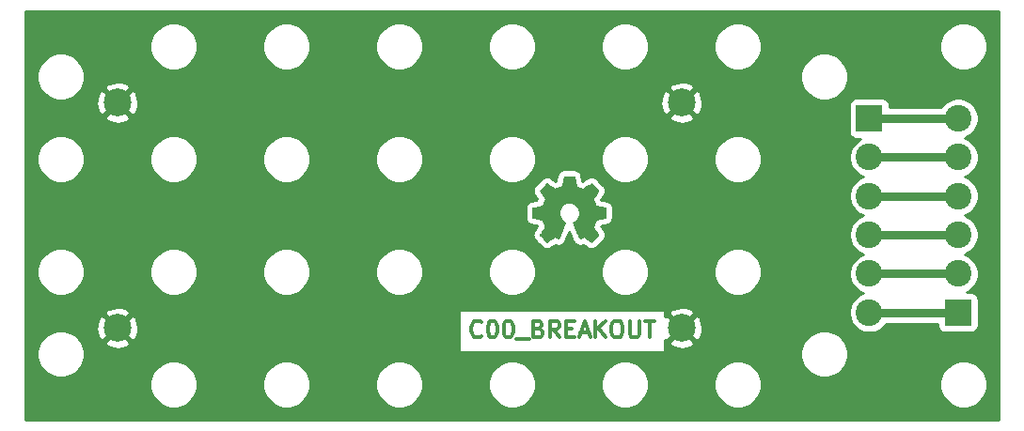
<source format=gbr>
G04 #@! TF.GenerationSoftware,KiCad,Pcbnew,5.1.5-52549c5~86~ubuntu18.04.1*
G04 #@! TF.CreationDate,2020-09-02T18:09:44-05:00*
G04 #@! TF.ProjectId,C00,4330302e-6b69-4636-9164-5f7063625858,rev?*
G04 #@! TF.SameCoordinates,Original*
G04 #@! TF.FileFunction,Copper,L1,Top*
G04 #@! TF.FilePolarity,Positive*
%FSLAX46Y46*%
G04 Gerber Fmt 4.6, Leading zero omitted, Abs format (unit mm)*
G04 Created by KiCad (PCBNEW 5.1.5-52549c5~86~ubuntu18.04.1) date 2020-09-02 18:09:44*
%MOMM*%
%LPD*%
G04 APERTURE LIST*
%ADD10C,0.300000*%
%ADD11C,0.010000*%
%ADD12C,2.400000*%
%ADD13R,2.400000X2.400000*%
%ADD14C,2.499360*%
%ADD15C,0.750000*%
%ADD16C,0.254000*%
G04 APERTURE END LIST*
D10*
X61685600Y-49913314D02*
X61614171Y-49984742D01*
X61399885Y-50056171D01*
X61257028Y-50056171D01*
X61042742Y-49984742D01*
X60899885Y-49841885D01*
X60828457Y-49699028D01*
X60757028Y-49413314D01*
X60757028Y-49199028D01*
X60828457Y-48913314D01*
X60899885Y-48770457D01*
X61042742Y-48627600D01*
X61257028Y-48556171D01*
X61399885Y-48556171D01*
X61614171Y-48627600D01*
X61685600Y-48699028D01*
X62614171Y-48556171D02*
X62757028Y-48556171D01*
X62899885Y-48627600D01*
X62971314Y-48699028D01*
X63042742Y-48841885D01*
X63114171Y-49127600D01*
X63114171Y-49484742D01*
X63042742Y-49770457D01*
X62971314Y-49913314D01*
X62899885Y-49984742D01*
X62757028Y-50056171D01*
X62614171Y-50056171D01*
X62471314Y-49984742D01*
X62399885Y-49913314D01*
X62328457Y-49770457D01*
X62257028Y-49484742D01*
X62257028Y-49127600D01*
X62328457Y-48841885D01*
X62399885Y-48699028D01*
X62471314Y-48627600D01*
X62614171Y-48556171D01*
X64042742Y-48556171D02*
X64185600Y-48556171D01*
X64328457Y-48627600D01*
X64399885Y-48699028D01*
X64471314Y-48841885D01*
X64542742Y-49127600D01*
X64542742Y-49484742D01*
X64471314Y-49770457D01*
X64399885Y-49913314D01*
X64328457Y-49984742D01*
X64185600Y-50056171D01*
X64042742Y-50056171D01*
X63899885Y-49984742D01*
X63828457Y-49913314D01*
X63757028Y-49770457D01*
X63685600Y-49484742D01*
X63685600Y-49127600D01*
X63757028Y-48841885D01*
X63828457Y-48699028D01*
X63899885Y-48627600D01*
X64042742Y-48556171D01*
X64828457Y-50199028D02*
X65971314Y-50199028D01*
X66828457Y-49270457D02*
X67042742Y-49341885D01*
X67114171Y-49413314D01*
X67185600Y-49556171D01*
X67185600Y-49770457D01*
X67114171Y-49913314D01*
X67042742Y-49984742D01*
X66899885Y-50056171D01*
X66328457Y-50056171D01*
X66328457Y-48556171D01*
X66828457Y-48556171D01*
X66971314Y-48627600D01*
X67042742Y-48699028D01*
X67114171Y-48841885D01*
X67114171Y-48984742D01*
X67042742Y-49127600D01*
X66971314Y-49199028D01*
X66828457Y-49270457D01*
X66328457Y-49270457D01*
X68685600Y-50056171D02*
X68185600Y-49341885D01*
X67828457Y-50056171D02*
X67828457Y-48556171D01*
X68399885Y-48556171D01*
X68542742Y-48627600D01*
X68614171Y-48699028D01*
X68685600Y-48841885D01*
X68685600Y-49056171D01*
X68614171Y-49199028D01*
X68542742Y-49270457D01*
X68399885Y-49341885D01*
X67828457Y-49341885D01*
X69328457Y-49270457D02*
X69828457Y-49270457D01*
X70042742Y-50056171D02*
X69328457Y-50056171D01*
X69328457Y-48556171D01*
X70042742Y-48556171D01*
X70614171Y-49627600D02*
X71328457Y-49627600D01*
X70471314Y-50056171D02*
X70971314Y-48556171D01*
X71471314Y-50056171D01*
X71971314Y-50056171D02*
X71971314Y-48556171D01*
X72828457Y-50056171D02*
X72185600Y-49199028D01*
X72828457Y-48556171D02*
X71971314Y-49413314D01*
X73757028Y-48556171D02*
X74042742Y-48556171D01*
X74185600Y-48627600D01*
X74328457Y-48770457D01*
X74399885Y-49056171D01*
X74399885Y-49556171D01*
X74328457Y-49841885D01*
X74185600Y-49984742D01*
X74042742Y-50056171D01*
X73757028Y-50056171D01*
X73614171Y-49984742D01*
X73471314Y-49841885D01*
X73399885Y-49556171D01*
X73399885Y-49056171D01*
X73471314Y-48770457D01*
X73614171Y-48627600D01*
X73757028Y-48556171D01*
X75042742Y-48556171D02*
X75042742Y-49770457D01*
X75114171Y-49913314D01*
X75185600Y-49984742D01*
X75328457Y-50056171D01*
X75614171Y-50056171D01*
X75757028Y-49984742D01*
X75828457Y-49913314D01*
X75899885Y-49770457D01*
X75899885Y-48556171D01*
X76399885Y-48556171D02*
X77257028Y-48556171D01*
X76828457Y-50056171D02*
X76828457Y-48556171D01*
D11*
G36*
X70126414Y-35975331D02*
G01*
X70210235Y-36419955D01*
X70519520Y-36547453D01*
X70828806Y-36674951D01*
X71199846Y-36422646D01*
X71303757Y-36352396D01*
X71397687Y-36289672D01*
X71477252Y-36237338D01*
X71538070Y-36198257D01*
X71575757Y-36175293D01*
X71586021Y-36170342D01*
X71604510Y-36183076D01*
X71644020Y-36218282D01*
X71700122Y-36271462D01*
X71768387Y-36338118D01*
X71844386Y-36413754D01*
X71923692Y-36493872D01*
X72001875Y-36573974D01*
X72074507Y-36649564D01*
X72137159Y-36716145D01*
X72185403Y-36769218D01*
X72214810Y-36804287D01*
X72221841Y-36816023D01*
X72211723Y-36837660D01*
X72183359Y-36885062D01*
X72139729Y-36953593D01*
X72083818Y-37038615D01*
X72018606Y-37135493D01*
X71980819Y-37190750D01*
X71911943Y-37291648D01*
X71850740Y-37382699D01*
X71800178Y-37459370D01*
X71763228Y-37517128D01*
X71742858Y-37551443D01*
X71739797Y-37558654D01*
X71746736Y-37579148D01*
X71765651Y-37626913D01*
X71793687Y-37695232D01*
X71827991Y-37777389D01*
X71865709Y-37866670D01*
X71903987Y-37956358D01*
X71939970Y-38039738D01*
X71970806Y-38110094D01*
X71993639Y-38160710D01*
X72005617Y-38184871D01*
X72006324Y-38185822D01*
X72025131Y-38190436D01*
X72075218Y-38200728D01*
X72151393Y-38215687D01*
X72248465Y-38234301D01*
X72361243Y-38255559D01*
X72427042Y-38267818D01*
X72547550Y-38290762D01*
X72656397Y-38312595D01*
X72748076Y-38332122D01*
X72817081Y-38348148D01*
X72857904Y-38359479D01*
X72866111Y-38363074D01*
X72874148Y-38387406D01*
X72880633Y-38442359D01*
X72885570Y-38521508D01*
X72888964Y-38618426D01*
X72890818Y-38726687D01*
X72891138Y-38839865D01*
X72889927Y-38951535D01*
X72887190Y-39055268D01*
X72882931Y-39144641D01*
X72877155Y-39213226D01*
X72869867Y-39254597D01*
X72865495Y-39263210D01*
X72839364Y-39273533D01*
X72783993Y-39288292D01*
X72706707Y-39305752D01*
X72614830Y-39324180D01*
X72582758Y-39330141D01*
X72428124Y-39358466D01*
X72305975Y-39381276D01*
X72212273Y-39399480D01*
X72142984Y-39413983D01*
X72094071Y-39425692D01*
X72061497Y-39435515D01*
X72041228Y-39444356D01*
X72029226Y-39453124D01*
X72027547Y-39454857D01*
X72010784Y-39482771D01*
X71985214Y-39537095D01*
X71953388Y-39611177D01*
X71917860Y-39698365D01*
X71881183Y-39792008D01*
X71845911Y-39885452D01*
X71814596Y-39972047D01*
X71789793Y-40045140D01*
X71774054Y-40098078D01*
X71769932Y-40124211D01*
X71770276Y-40125126D01*
X71784241Y-40146486D01*
X71815922Y-40193484D01*
X71861991Y-40261227D01*
X71919118Y-40344823D01*
X71983973Y-40439382D01*
X72002443Y-40466254D01*
X72068299Y-40563675D01*
X72126250Y-40652563D01*
X72173138Y-40727812D01*
X72205807Y-40784320D01*
X72221100Y-40816981D01*
X72221841Y-40820993D01*
X72208992Y-40842084D01*
X72173488Y-40883864D01*
X72119893Y-40941845D01*
X72052771Y-41011535D01*
X71976687Y-41088445D01*
X71896204Y-41168083D01*
X71815887Y-41245961D01*
X71740299Y-41317586D01*
X71674005Y-41378470D01*
X71621569Y-41424121D01*
X71587555Y-41450050D01*
X71578145Y-41454283D01*
X71556243Y-41444312D01*
X71511400Y-41417420D01*
X71450921Y-41378136D01*
X71404389Y-41346517D01*
X71320075Y-41288498D01*
X71220226Y-41220184D01*
X71120073Y-41151979D01*
X71066227Y-41115475D01*
X70883971Y-40992200D01*
X70730981Y-41074920D01*
X70661282Y-41111159D01*
X70602014Y-41139326D01*
X70561911Y-41155391D01*
X70551703Y-41157626D01*
X70539429Y-41141122D01*
X70515213Y-41094482D01*
X70480863Y-41022009D01*
X70438188Y-40928006D01*
X70388994Y-40816774D01*
X70335090Y-40692615D01*
X70278284Y-40559832D01*
X70220382Y-40422727D01*
X70163193Y-40285602D01*
X70108524Y-40152758D01*
X70058184Y-40028498D01*
X70013980Y-39917125D01*
X69977719Y-39822939D01*
X69951209Y-39750244D01*
X69936258Y-39703341D01*
X69933854Y-39687233D01*
X69952911Y-39666686D01*
X69994636Y-39633333D01*
X70050306Y-39594102D01*
X70054978Y-39590999D01*
X70198864Y-39475823D01*
X70314883Y-39341453D01*
X70402030Y-39192184D01*
X70459299Y-39032313D01*
X70485686Y-38866137D01*
X70480185Y-38697952D01*
X70441790Y-38532055D01*
X70369495Y-38372742D01*
X70348226Y-38337887D01*
X70237596Y-38197137D01*
X70106902Y-38084114D01*
X69960664Y-37999403D01*
X69803408Y-37943594D01*
X69639657Y-37917274D01*
X69473933Y-37921030D01*
X69310762Y-37955450D01*
X69154665Y-38021123D01*
X69010167Y-38118635D01*
X68965469Y-38158213D01*
X68851712Y-38282103D01*
X68768818Y-38412524D01*
X68711956Y-38558715D01*
X68680287Y-38703488D01*
X68672469Y-38866260D01*
X68698538Y-39029840D01*
X68755845Y-39188698D01*
X68841744Y-39337306D01*
X68953586Y-39470135D01*
X69088723Y-39581656D01*
X69106483Y-39593411D01*
X69162750Y-39631908D01*
X69205523Y-39665263D01*
X69225972Y-39686560D01*
X69226269Y-39687233D01*
X69221879Y-39710271D01*
X69204476Y-39762557D01*
X69175868Y-39839790D01*
X69137865Y-39937668D01*
X69092274Y-40051891D01*
X69040903Y-40178158D01*
X68985562Y-40312167D01*
X68928058Y-40449618D01*
X68870201Y-40586208D01*
X68813798Y-40717637D01*
X68760658Y-40839605D01*
X68712590Y-40947809D01*
X68671401Y-41037949D01*
X68638901Y-41105723D01*
X68616897Y-41146830D01*
X68608036Y-41157626D01*
X68580960Y-41149219D01*
X68530297Y-41126672D01*
X68464783Y-41094013D01*
X68428759Y-41074920D01*
X68275768Y-40992200D01*
X68093512Y-41115475D01*
X68000475Y-41178628D01*
X67898615Y-41248127D01*
X67803162Y-41313565D01*
X67755350Y-41346517D01*
X67688105Y-41391673D01*
X67631164Y-41427457D01*
X67591954Y-41449338D01*
X67579219Y-41453963D01*
X67560683Y-41441485D01*
X67519659Y-41406652D01*
X67460125Y-41353078D01*
X67386058Y-41284383D01*
X67301435Y-41204181D01*
X67247915Y-41152686D01*
X67154281Y-41060686D01*
X67073359Y-40978399D01*
X67008423Y-40909345D01*
X66962742Y-40857044D01*
X66939589Y-40825016D01*
X66937368Y-40818516D01*
X66947676Y-40793794D01*
X66976161Y-40743805D01*
X67019663Y-40673612D01*
X67075023Y-40588275D01*
X67139080Y-40492856D01*
X67157297Y-40466254D01*
X67223673Y-40369567D01*
X67283222Y-40282517D01*
X67332616Y-40209995D01*
X67368525Y-40156893D01*
X67387619Y-40128103D01*
X67389464Y-40125126D01*
X67386705Y-40102182D01*
X67372062Y-40051736D01*
X67348087Y-39980441D01*
X67317334Y-39894947D01*
X67282356Y-39801907D01*
X67245707Y-39707974D01*
X67209939Y-39619799D01*
X67177606Y-39544034D01*
X67151262Y-39487331D01*
X67133458Y-39456343D01*
X67132193Y-39454857D01*
X67121306Y-39446001D01*
X67102918Y-39437243D01*
X67072994Y-39427677D01*
X67027497Y-39416396D01*
X66962391Y-39402493D01*
X66873639Y-39385063D01*
X66757207Y-39363198D01*
X66609058Y-39335991D01*
X66576982Y-39330141D01*
X66481914Y-39311774D01*
X66399035Y-39293805D01*
X66335670Y-39277969D01*
X66299142Y-39266000D01*
X66294244Y-39263210D01*
X66286173Y-39238472D01*
X66279613Y-39183190D01*
X66274567Y-39103789D01*
X66271041Y-39006696D01*
X66269039Y-38898338D01*
X66268564Y-38785140D01*
X66269623Y-38673528D01*
X66272218Y-38569929D01*
X66276354Y-38480768D01*
X66282037Y-38412472D01*
X66289269Y-38371466D01*
X66293629Y-38363074D01*
X66317902Y-38354608D01*
X66373174Y-38340835D01*
X66453938Y-38322950D01*
X66554688Y-38302148D01*
X66669917Y-38279623D01*
X66732698Y-38267818D01*
X66851813Y-38245551D01*
X66958035Y-38225379D01*
X67046173Y-38208315D01*
X67111034Y-38195369D01*
X67147426Y-38187555D01*
X67153416Y-38185822D01*
X67163539Y-38166290D01*
X67184938Y-38119243D01*
X67214761Y-38051403D01*
X67250155Y-37969491D01*
X67288268Y-37880228D01*
X67326247Y-37790335D01*
X67361240Y-37706535D01*
X67390394Y-37635547D01*
X67410857Y-37584094D01*
X67419777Y-37558897D01*
X67419943Y-37557796D01*
X67409831Y-37537919D01*
X67381483Y-37492177D01*
X67337877Y-37425117D01*
X67281994Y-37341284D01*
X67216813Y-37245226D01*
X67178921Y-37190050D01*
X67109875Y-37088881D01*
X67048550Y-36997030D01*
X66997937Y-36919144D01*
X66961029Y-36859869D01*
X66940818Y-36823851D01*
X66937899Y-36815777D01*
X66950447Y-36796984D01*
X66985137Y-36756857D01*
X67037537Y-36699893D01*
X67103216Y-36630585D01*
X67177744Y-36553431D01*
X67256687Y-36472925D01*
X67335617Y-36393563D01*
X67410100Y-36319840D01*
X67475706Y-36256252D01*
X67528004Y-36207294D01*
X67562561Y-36177461D01*
X67574122Y-36170342D01*
X67592946Y-36180353D01*
X67637969Y-36208478D01*
X67704813Y-36251854D01*
X67789101Y-36307618D01*
X67886456Y-36372906D01*
X67959893Y-36422646D01*
X68330933Y-36674951D01*
X68949505Y-36419955D01*
X69033325Y-35975331D01*
X69117146Y-35530707D01*
X70042594Y-35530707D01*
X70126414Y-35975331D01*
G37*
X70126414Y-35975331D02*
X70210235Y-36419955D01*
X70519520Y-36547453D01*
X70828806Y-36674951D01*
X71199846Y-36422646D01*
X71303757Y-36352396D01*
X71397687Y-36289672D01*
X71477252Y-36237338D01*
X71538070Y-36198257D01*
X71575757Y-36175293D01*
X71586021Y-36170342D01*
X71604510Y-36183076D01*
X71644020Y-36218282D01*
X71700122Y-36271462D01*
X71768387Y-36338118D01*
X71844386Y-36413754D01*
X71923692Y-36493872D01*
X72001875Y-36573974D01*
X72074507Y-36649564D01*
X72137159Y-36716145D01*
X72185403Y-36769218D01*
X72214810Y-36804287D01*
X72221841Y-36816023D01*
X72211723Y-36837660D01*
X72183359Y-36885062D01*
X72139729Y-36953593D01*
X72083818Y-37038615D01*
X72018606Y-37135493D01*
X71980819Y-37190750D01*
X71911943Y-37291648D01*
X71850740Y-37382699D01*
X71800178Y-37459370D01*
X71763228Y-37517128D01*
X71742858Y-37551443D01*
X71739797Y-37558654D01*
X71746736Y-37579148D01*
X71765651Y-37626913D01*
X71793687Y-37695232D01*
X71827991Y-37777389D01*
X71865709Y-37866670D01*
X71903987Y-37956358D01*
X71939970Y-38039738D01*
X71970806Y-38110094D01*
X71993639Y-38160710D01*
X72005617Y-38184871D01*
X72006324Y-38185822D01*
X72025131Y-38190436D01*
X72075218Y-38200728D01*
X72151393Y-38215687D01*
X72248465Y-38234301D01*
X72361243Y-38255559D01*
X72427042Y-38267818D01*
X72547550Y-38290762D01*
X72656397Y-38312595D01*
X72748076Y-38332122D01*
X72817081Y-38348148D01*
X72857904Y-38359479D01*
X72866111Y-38363074D01*
X72874148Y-38387406D01*
X72880633Y-38442359D01*
X72885570Y-38521508D01*
X72888964Y-38618426D01*
X72890818Y-38726687D01*
X72891138Y-38839865D01*
X72889927Y-38951535D01*
X72887190Y-39055268D01*
X72882931Y-39144641D01*
X72877155Y-39213226D01*
X72869867Y-39254597D01*
X72865495Y-39263210D01*
X72839364Y-39273533D01*
X72783993Y-39288292D01*
X72706707Y-39305752D01*
X72614830Y-39324180D01*
X72582758Y-39330141D01*
X72428124Y-39358466D01*
X72305975Y-39381276D01*
X72212273Y-39399480D01*
X72142984Y-39413983D01*
X72094071Y-39425692D01*
X72061497Y-39435515D01*
X72041228Y-39444356D01*
X72029226Y-39453124D01*
X72027547Y-39454857D01*
X72010784Y-39482771D01*
X71985214Y-39537095D01*
X71953388Y-39611177D01*
X71917860Y-39698365D01*
X71881183Y-39792008D01*
X71845911Y-39885452D01*
X71814596Y-39972047D01*
X71789793Y-40045140D01*
X71774054Y-40098078D01*
X71769932Y-40124211D01*
X71770276Y-40125126D01*
X71784241Y-40146486D01*
X71815922Y-40193484D01*
X71861991Y-40261227D01*
X71919118Y-40344823D01*
X71983973Y-40439382D01*
X72002443Y-40466254D01*
X72068299Y-40563675D01*
X72126250Y-40652563D01*
X72173138Y-40727812D01*
X72205807Y-40784320D01*
X72221100Y-40816981D01*
X72221841Y-40820993D01*
X72208992Y-40842084D01*
X72173488Y-40883864D01*
X72119893Y-40941845D01*
X72052771Y-41011535D01*
X71976687Y-41088445D01*
X71896204Y-41168083D01*
X71815887Y-41245961D01*
X71740299Y-41317586D01*
X71674005Y-41378470D01*
X71621569Y-41424121D01*
X71587555Y-41450050D01*
X71578145Y-41454283D01*
X71556243Y-41444312D01*
X71511400Y-41417420D01*
X71450921Y-41378136D01*
X71404389Y-41346517D01*
X71320075Y-41288498D01*
X71220226Y-41220184D01*
X71120073Y-41151979D01*
X71066227Y-41115475D01*
X70883971Y-40992200D01*
X70730981Y-41074920D01*
X70661282Y-41111159D01*
X70602014Y-41139326D01*
X70561911Y-41155391D01*
X70551703Y-41157626D01*
X70539429Y-41141122D01*
X70515213Y-41094482D01*
X70480863Y-41022009D01*
X70438188Y-40928006D01*
X70388994Y-40816774D01*
X70335090Y-40692615D01*
X70278284Y-40559832D01*
X70220382Y-40422727D01*
X70163193Y-40285602D01*
X70108524Y-40152758D01*
X70058184Y-40028498D01*
X70013980Y-39917125D01*
X69977719Y-39822939D01*
X69951209Y-39750244D01*
X69936258Y-39703341D01*
X69933854Y-39687233D01*
X69952911Y-39666686D01*
X69994636Y-39633333D01*
X70050306Y-39594102D01*
X70054978Y-39590999D01*
X70198864Y-39475823D01*
X70314883Y-39341453D01*
X70402030Y-39192184D01*
X70459299Y-39032313D01*
X70485686Y-38866137D01*
X70480185Y-38697952D01*
X70441790Y-38532055D01*
X70369495Y-38372742D01*
X70348226Y-38337887D01*
X70237596Y-38197137D01*
X70106902Y-38084114D01*
X69960664Y-37999403D01*
X69803408Y-37943594D01*
X69639657Y-37917274D01*
X69473933Y-37921030D01*
X69310762Y-37955450D01*
X69154665Y-38021123D01*
X69010167Y-38118635D01*
X68965469Y-38158213D01*
X68851712Y-38282103D01*
X68768818Y-38412524D01*
X68711956Y-38558715D01*
X68680287Y-38703488D01*
X68672469Y-38866260D01*
X68698538Y-39029840D01*
X68755845Y-39188698D01*
X68841744Y-39337306D01*
X68953586Y-39470135D01*
X69088723Y-39581656D01*
X69106483Y-39593411D01*
X69162750Y-39631908D01*
X69205523Y-39665263D01*
X69225972Y-39686560D01*
X69226269Y-39687233D01*
X69221879Y-39710271D01*
X69204476Y-39762557D01*
X69175868Y-39839790D01*
X69137865Y-39937668D01*
X69092274Y-40051891D01*
X69040903Y-40178158D01*
X68985562Y-40312167D01*
X68928058Y-40449618D01*
X68870201Y-40586208D01*
X68813798Y-40717637D01*
X68760658Y-40839605D01*
X68712590Y-40947809D01*
X68671401Y-41037949D01*
X68638901Y-41105723D01*
X68616897Y-41146830D01*
X68608036Y-41157626D01*
X68580960Y-41149219D01*
X68530297Y-41126672D01*
X68464783Y-41094013D01*
X68428759Y-41074920D01*
X68275768Y-40992200D01*
X68093512Y-41115475D01*
X68000475Y-41178628D01*
X67898615Y-41248127D01*
X67803162Y-41313565D01*
X67755350Y-41346517D01*
X67688105Y-41391673D01*
X67631164Y-41427457D01*
X67591954Y-41449338D01*
X67579219Y-41453963D01*
X67560683Y-41441485D01*
X67519659Y-41406652D01*
X67460125Y-41353078D01*
X67386058Y-41284383D01*
X67301435Y-41204181D01*
X67247915Y-41152686D01*
X67154281Y-41060686D01*
X67073359Y-40978399D01*
X67008423Y-40909345D01*
X66962742Y-40857044D01*
X66939589Y-40825016D01*
X66937368Y-40818516D01*
X66947676Y-40793794D01*
X66976161Y-40743805D01*
X67019663Y-40673612D01*
X67075023Y-40588275D01*
X67139080Y-40492856D01*
X67157297Y-40466254D01*
X67223673Y-40369567D01*
X67283222Y-40282517D01*
X67332616Y-40209995D01*
X67368525Y-40156893D01*
X67387619Y-40128103D01*
X67389464Y-40125126D01*
X67386705Y-40102182D01*
X67372062Y-40051736D01*
X67348087Y-39980441D01*
X67317334Y-39894947D01*
X67282356Y-39801907D01*
X67245707Y-39707974D01*
X67209939Y-39619799D01*
X67177606Y-39544034D01*
X67151262Y-39487331D01*
X67133458Y-39456343D01*
X67132193Y-39454857D01*
X67121306Y-39446001D01*
X67102918Y-39437243D01*
X67072994Y-39427677D01*
X67027497Y-39416396D01*
X66962391Y-39402493D01*
X66873639Y-39385063D01*
X66757207Y-39363198D01*
X66609058Y-39335991D01*
X66576982Y-39330141D01*
X66481914Y-39311774D01*
X66399035Y-39293805D01*
X66335670Y-39277969D01*
X66299142Y-39266000D01*
X66294244Y-39263210D01*
X66286173Y-39238472D01*
X66279613Y-39183190D01*
X66274567Y-39103789D01*
X66271041Y-39006696D01*
X66269039Y-38898338D01*
X66268564Y-38785140D01*
X66269623Y-38673528D01*
X66272218Y-38569929D01*
X66276354Y-38480768D01*
X66282037Y-38412472D01*
X66289269Y-38371466D01*
X66293629Y-38363074D01*
X66317902Y-38354608D01*
X66373174Y-38340835D01*
X66453938Y-38322950D01*
X66554688Y-38302148D01*
X66669917Y-38279623D01*
X66732698Y-38267818D01*
X66851813Y-38245551D01*
X66958035Y-38225379D01*
X67046173Y-38208315D01*
X67111034Y-38195369D01*
X67147426Y-38187555D01*
X67153416Y-38185822D01*
X67163539Y-38166290D01*
X67184938Y-38119243D01*
X67214761Y-38051403D01*
X67250155Y-37969491D01*
X67288268Y-37880228D01*
X67326247Y-37790335D01*
X67361240Y-37706535D01*
X67390394Y-37635547D01*
X67410857Y-37584094D01*
X67419777Y-37558897D01*
X67419943Y-37557796D01*
X67409831Y-37537919D01*
X67381483Y-37492177D01*
X67337877Y-37425117D01*
X67281994Y-37341284D01*
X67216813Y-37245226D01*
X67178921Y-37190050D01*
X67109875Y-37088881D01*
X67048550Y-36997030D01*
X66997937Y-36919144D01*
X66961029Y-36859869D01*
X66940818Y-36823851D01*
X66937899Y-36815777D01*
X66950447Y-36796984D01*
X66985137Y-36756857D01*
X67037537Y-36699893D01*
X67103216Y-36630585D01*
X67177744Y-36553431D01*
X67256687Y-36472925D01*
X67335617Y-36393563D01*
X67410100Y-36319840D01*
X67475706Y-36256252D01*
X67528004Y-36207294D01*
X67562561Y-36177461D01*
X67574122Y-36170342D01*
X67592946Y-36180353D01*
X67637969Y-36208478D01*
X67704813Y-36251854D01*
X67789101Y-36307618D01*
X67886456Y-36372906D01*
X67959893Y-36422646D01*
X68330933Y-36674951D01*
X68949505Y-36419955D01*
X69033325Y-35975331D01*
X69117146Y-35530707D01*
X70042594Y-35530707D01*
X70126414Y-35975331D01*
D12*
X96600000Y-47800000D03*
X96600000Y-44300000D03*
X96600000Y-40800000D03*
X96600000Y-37300000D03*
X96600000Y-33800000D03*
D13*
X96600000Y-30300000D03*
D12*
X104600000Y-30300000D03*
X104600000Y-33800000D03*
X104600000Y-37300000D03*
X104600000Y-40800000D03*
X104600000Y-44300000D03*
D13*
X104600000Y-47800000D03*
D14*
X79690000Y-49210000D03*
X79690000Y-28890000D03*
X28890000Y-49210000D03*
X28890000Y-28890000D03*
D15*
X96600000Y-30300000D02*
X104600000Y-30300000D01*
X96600000Y-33800000D02*
X104600000Y-33800000D01*
X96600000Y-37300000D02*
X104600000Y-37300000D01*
X96600000Y-40800000D02*
X104600000Y-40800000D01*
X98297056Y-44300000D02*
X104600000Y-44300000D01*
X96600000Y-44300000D02*
X98297056Y-44300000D01*
X96600000Y-47800000D02*
X104600000Y-47800000D01*
D16*
G36*
X108240001Y-57440000D02*
G01*
X20660000Y-57440000D01*
X20660000Y-54079721D01*
X31835000Y-54079721D01*
X31835000Y-54500279D01*
X31917047Y-54912756D01*
X32077988Y-55301302D01*
X32311637Y-55650983D01*
X32609017Y-55948363D01*
X32958698Y-56182012D01*
X33347244Y-56342953D01*
X33759721Y-56425000D01*
X34180279Y-56425000D01*
X34592756Y-56342953D01*
X34981302Y-56182012D01*
X35330983Y-55948363D01*
X35628363Y-55650983D01*
X35862012Y-55301302D01*
X36022953Y-54912756D01*
X36105000Y-54500279D01*
X36105000Y-54079721D01*
X41995000Y-54079721D01*
X41995000Y-54500279D01*
X42077047Y-54912756D01*
X42237988Y-55301302D01*
X42471637Y-55650983D01*
X42769017Y-55948363D01*
X43118698Y-56182012D01*
X43507244Y-56342953D01*
X43919721Y-56425000D01*
X44340279Y-56425000D01*
X44752756Y-56342953D01*
X45141302Y-56182012D01*
X45490983Y-55948363D01*
X45788363Y-55650983D01*
X46022012Y-55301302D01*
X46182953Y-54912756D01*
X46265000Y-54500279D01*
X46265000Y-54079721D01*
X52155000Y-54079721D01*
X52155000Y-54500279D01*
X52237047Y-54912756D01*
X52397988Y-55301302D01*
X52631637Y-55650983D01*
X52929017Y-55948363D01*
X53278698Y-56182012D01*
X53667244Y-56342953D01*
X54079721Y-56425000D01*
X54500279Y-56425000D01*
X54912756Y-56342953D01*
X55301302Y-56182012D01*
X55650983Y-55948363D01*
X55948363Y-55650983D01*
X56182012Y-55301302D01*
X56342953Y-54912756D01*
X56425000Y-54500279D01*
X56425000Y-54079721D01*
X62315000Y-54079721D01*
X62315000Y-54500279D01*
X62397047Y-54912756D01*
X62557988Y-55301302D01*
X62791637Y-55650983D01*
X63089017Y-55948363D01*
X63438698Y-56182012D01*
X63827244Y-56342953D01*
X64239721Y-56425000D01*
X64660279Y-56425000D01*
X65072756Y-56342953D01*
X65461302Y-56182012D01*
X65810983Y-55948363D01*
X66108363Y-55650983D01*
X66342012Y-55301302D01*
X66502953Y-54912756D01*
X66585000Y-54500279D01*
X66585000Y-54079721D01*
X72475000Y-54079721D01*
X72475000Y-54500279D01*
X72557047Y-54912756D01*
X72717988Y-55301302D01*
X72951637Y-55650983D01*
X73249017Y-55948363D01*
X73598698Y-56182012D01*
X73987244Y-56342953D01*
X74399721Y-56425000D01*
X74820279Y-56425000D01*
X75232756Y-56342953D01*
X75621302Y-56182012D01*
X75970983Y-55948363D01*
X76268363Y-55650983D01*
X76502012Y-55301302D01*
X76662953Y-54912756D01*
X76745000Y-54500279D01*
X76745000Y-54079721D01*
X82635000Y-54079721D01*
X82635000Y-54500279D01*
X82717047Y-54912756D01*
X82877988Y-55301302D01*
X83111637Y-55650983D01*
X83409017Y-55948363D01*
X83758698Y-56182012D01*
X84147244Y-56342953D01*
X84559721Y-56425000D01*
X84980279Y-56425000D01*
X85392756Y-56342953D01*
X85781302Y-56182012D01*
X86130983Y-55948363D01*
X86428363Y-55650983D01*
X86662012Y-55301302D01*
X86822953Y-54912756D01*
X86905000Y-54500279D01*
X86905000Y-54079721D01*
X102955000Y-54079721D01*
X102955000Y-54500279D01*
X103037047Y-54912756D01*
X103197988Y-55301302D01*
X103431637Y-55650983D01*
X103729017Y-55948363D01*
X104078698Y-56182012D01*
X104467244Y-56342953D01*
X104879721Y-56425000D01*
X105300279Y-56425000D01*
X105712756Y-56342953D01*
X106101302Y-56182012D01*
X106450983Y-55948363D01*
X106748363Y-55650983D01*
X106982012Y-55301302D01*
X107142953Y-54912756D01*
X107225000Y-54500279D01*
X107225000Y-54079721D01*
X107142953Y-53667244D01*
X106982012Y-53278698D01*
X106748363Y-52929017D01*
X106450983Y-52631637D01*
X106101302Y-52397988D01*
X105712756Y-52237047D01*
X105300279Y-52155000D01*
X104879721Y-52155000D01*
X104467244Y-52237047D01*
X104078698Y-52397988D01*
X103729017Y-52631637D01*
X103431637Y-52929017D01*
X103197988Y-53278698D01*
X103037047Y-53667244D01*
X102955000Y-54079721D01*
X86905000Y-54079721D01*
X86822953Y-53667244D01*
X86662012Y-53278698D01*
X86428363Y-52929017D01*
X86130983Y-52631637D01*
X85781302Y-52397988D01*
X85392756Y-52237047D01*
X84980279Y-52155000D01*
X84559721Y-52155000D01*
X84147244Y-52237047D01*
X83758698Y-52397988D01*
X83409017Y-52631637D01*
X83111637Y-52929017D01*
X82877988Y-53278698D01*
X82717047Y-53667244D01*
X82635000Y-54079721D01*
X76745000Y-54079721D01*
X76662953Y-53667244D01*
X76502012Y-53278698D01*
X76268363Y-52929017D01*
X75970983Y-52631637D01*
X75621302Y-52397988D01*
X75232756Y-52237047D01*
X74820279Y-52155000D01*
X74399721Y-52155000D01*
X73987244Y-52237047D01*
X73598698Y-52397988D01*
X73249017Y-52631637D01*
X72951637Y-52929017D01*
X72717988Y-53278698D01*
X72557047Y-53667244D01*
X72475000Y-54079721D01*
X66585000Y-54079721D01*
X66502953Y-53667244D01*
X66342012Y-53278698D01*
X66108363Y-52929017D01*
X65810983Y-52631637D01*
X65461302Y-52397988D01*
X65072756Y-52237047D01*
X64660279Y-52155000D01*
X64239721Y-52155000D01*
X63827244Y-52237047D01*
X63438698Y-52397988D01*
X63089017Y-52631637D01*
X62791637Y-52929017D01*
X62557988Y-53278698D01*
X62397047Y-53667244D01*
X62315000Y-54079721D01*
X56425000Y-54079721D01*
X56342953Y-53667244D01*
X56182012Y-53278698D01*
X55948363Y-52929017D01*
X55650983Y-52631637D01*
X55301302Y-52397988D01*
X54912756Y-52237047D01*
X54500279Y-52155000D01*
X54079721Y-52155000D01*
X53667244Y-52237047D01*
X53278698Y-52397988D01*
X52929017Y-52631637D01*
X52631637Y-52929017D01*
X52397988Y-53278698D01*
X52237047Y-53667244D01*
X52155000Y-54079721D01*
X46265000Y-54079721D01*
X46182953Y-53667244D01*
X46022012Y-53278698D01*
X45788363Y-52929017D01*
X45490983Y-52631637D01*
X45141302Y-52397988D01*
X44752756Y-52237047D01*
X44340279Y-52155000D01*
X43919721Y-52155000D01*
X43507244Y-52237047D01*
X43118698Y-52397988D01*
X42769017Y-52631637D01*
X42471637Y-52929017D01*
X42237988Y-53278698D01*
X42077047Y-53667244D01*
X41995000Y-54079721D01*
X36105000Y-54079721D01*
X36022953Y-53667244D01*
X35862012Y-53278698D01*
X35628363Y-52929017D01*
X35330983Y-52631637D01*
X34981302Y-52397988D01*
X34592756Y-52237047D01*
X34180279Y-52155000D01*
X33759721Y-52155000D01*
X33347244Y-52237047D01*
X32958698Y-52397988D01*
X32609017Y-52631637D01*
X32311637Y-52929017D01*
X32077988Y-53278698D01*
X31917047Y-53667244D01*
X31835000Y-54079721D01*
X20660000Y-54079721D01*
X20660000Y-51339721D01*
X21675000Y-51339721D01*
X21675000Y-51760279D01*
X21757047Y-52172756D01*
X21917988Y-52561302D01*
X22151637Y-52910983D01*
X22449017Y-53208363D01*
X22798698Y-53442012D01*
X23187244Y-53602953D01*
X23599721Y-53685000D01*
X24020279Y-53685000D01*
X24432756Y-53602953D01*
X24821302Y-53442012D01*
X25170983Y-53208363D01*
X25468363Y-52910983D01*
X25702012Y-52561302D01*
X25862953Y-52172756D01*
X25945000Y-51760279D01*
X25945000Y-51339721D01*
X25862953Y-50927244D01*
X25702012Y-50538698D01*
X25691775Y-50523377D01*
X27756229Y-50523377D01*
X27882104Y-50813315D01*
X28214262Y-50979139D01*
X28572387Y-51076975D01*
X28942719Y-51103065D01*
X29311025Y-51056405D01*
X29663151Y-50938789D01*
X29897896Y-50813315D01*
X30023771Y-50523377D01*
X28890000Y-49389605D01*
X27756229Y-50523377D01*
X25691775Y-50523377D01*
X25468363Y-50189017D01*
X25170983Y-49891637D01*
X24821302Y-49657988D01*
X24432756Y-49497047D01*
X24020279Y-49415000D01*
X23599721Y-49415000D01*
X23187244Y-49497047D01*
X22798698Y-49657988D01*
X22449017Y-49891637D01*
X22151637Y-50189017D01*
X21917988Y-50538698D01*
X21757047Y-50927244D01*
X21675000Y-51339721D01*
X20660000Y-51339721D01*
X20660000Y-49262719D01*
X26996935Y-49262719D01*
X27043595Y-49631025D01*
X27161211Y-49983151D01*
X27286685Y-50217896D01*
X27576623Y-50343771D01*
X28710395Y-49210000D01*
X29069605Y-49210000D01*
X30203377Y-50343771D01*
X30493315Y-50217896D01*
X30659139Y-49885738D01*
X30756975Y-49527613D01*
X30783065Y-49157281D01*
X30736405Y-48788975D01*
X30618789Y-48436849D01*
X30493315Y-48202104D01*
X30203377Y-48076229D01*
X29069605Y-49210000D01*
X28710395Y-49210000D01*
X27576623Y-48076229D01*
X27286685Y-48202104D01*
X27120861Y-48534262D01*
X27023025Y-48892387D01*
X26996935Y-49262719D01*
X20660000Y-49262719D01*
X20660000Y-47896623D01*
X27756229Y-47896623D01*
X28890000Y-49030395D01*
X30023771Y-47896623D01*
X29897896Y-47606685D01*
X29859668Y-47587600D01*
X59686315Y-47587600D01*
X59686315Y-51407600D01*
X78184886Y-51407600D01*
X78184886Y-51339721D01*
X90425000Y-51339721D01*
X90425000Y-51760279D01*
X90507047Y-52172756D01*
X90667988Y-52561302D01*
X90901637Y-52910983D01*
X91199017Y-53208363D01*
X91548698Y-53442012D01*
X91937244Y-53602953D01*
X92349721Y-53685000D01*
X92770279Y-53685000D01*
X93182756Y-53602953D01*
X93571302Y-53442012D01*
X93920983Y-53208363D01*
X94218363Y-52910983D01*
X94452012Y-52561302D01*
X94612953Y-52172756D01*
X94695000Y-51760279D01*
X94695000Y-51339721D01*
X94612953Y-50927244D01*
X94452012Y-50538698D01*
X94218363Y-50189017D01*
X93920983Y-49891637D01*
X93571302Y-49657988D01*
X93182756Y-49497047D01*
X92770279Y-49415000D01*
X92349721Y-49415000D01*
X91937244Y-49497047D01*
X91548698Y-49657988D01*
X91199017Y-49891637D01*
X90901637Y-50189017D01*
X90667988Y-50538698D01*
X90507047Y-50927244D01*
X90425000Y-51339721D01*
X78184886Y-51339721D01*
X78184886Y-50523377D01*
X78556229Y-50523377D01*
X78682104Y-50813315D01*
X79014262Y-50979139D01*
X79372387Y-51076975D01*
X79742719Y-51103065D01*
X80111025Y-51056405D01*
X80463151Y-50938789D01*
X80697896Y-50813315D01*
X80823771Y-50523377D01*
X79690000Y-49389605D01*
X78556229Y-50523377D01*
X78184886Y-50523377D01*
X78184886Y-50260529D01*
X78376623Y-50343771D01*
X79510395Y-49210000D01*
X79869605Y-49210000D01*
X81003377Y-50343771D01*
X81293315Y-50217896D01*
X81459139Y-49885738D01*
X81556975Y-49527613D01*
X81583065Y-49157281D01*
X81536405Y-48788975D01*
X81418789Y-48436849D01*
X81293315Y-48202104D01*
X81003377Y-48076229D01*
X79869605Y-49210000D01*
X79510395Y-49210000D01*
X78376623Y-48076229D01*
X78184886Y-48159471D01*
X78184886Y-47896623D01*
X78556229Y-47896623D01*
X79690000Y-49030395D01*
X80823771Y-47896623D01*
X80697896Y-47606685D01*
X80365738Y-47440861D01*
X80007613Y-47343025D01*
X79637281Y-47316935D01*
X79268975Y-47363595D01*
X78916849Y-47481211D01*
X78682104Y-47606685D01*
X78556229Y-47896623D01*
X78184886Y-47896623D01*
X78184886Y-47587600D01*
X59686315Y-47587600D01*
X29859668Y-47587600D01*
X29565738Y-47440861D01*
X29207613Y-47343025D01*
X28837281Y-47316935D01*
X28468975Y-47363595D01*
X28116849Y-47481211D01*
X27882104Y-47606685D01*
X27756229Y-47896623D01*
X20660000Y-47896623D01*
X20660000Y-43919721D01*
X21675000Y-43919721D01*
X21675000Y-44340279D01*
X21757047Y-44752756D01*
X21917988Y-45141302D01*
X22151637Y-45490983D01*
X22449017Y-45788363D01*
X22798698Y-46022012D01*
X23187244Y-46182953D01*
X23599721Y-46265000D01*
X24020279Y-46265000D01*
X24432756Y-46182953D01*
X24821302Y-46022012D01*
X25170983Y-45788363D01*
X25468363Y-45490983D01*
X25702012Y-45141302D01*
X25862953Y-44752756D01*
X25945000Y-44340279D01*
X25945000Y-43919721D01*
X31835000Y-43919721D01*
X31835000Y-44340279D01*
X31917047Y-44752756D01*
X32077988Y-45141302D01*
X32311637Y-45490983D01*
X32609017Y-45788363D01*
X32958698Y-46022012D01*
X33347244Y-46182953D01*
X33759721Y-46265000D01*
X34180279Y-46265000D01*
X34592756Y-46182953D01*
X34981302Y-46022012D01*
X35330983Y-45788363D01*
X35628363Y-45490983D01*
X35862012Y-45141302D01*
X36022953Y-44752756D01*
X36105000Y-44340279D01*
X36105000Y-43919721D01*
X41995000Y-43919721D01*
X41995000Y-44340279D01*
X42077047Y-44752756D01*
X42237988Y-45141302D01*
X42471637Y-45490983D01*
X42769017Y-45788363D01*
X43118698Y-46022012D01*
X43507244Y-46182953D01*
X43919721Y-46265000D01*
X44340279Y-46265000D01*
X44752756Y-46182953D01*
X45141302Y-46022012D01*
X45490983Y-45788363D01*
X45788363Y-45490983D01*
X46022012Y-45141302D01*
X46182953Y-44752756D01*
X46265000Y-44340279D01*
X46265000Y-43919721D01*
X52155000Y-43919721D01*
X52155000Y-44340279D01*
X52237047Y-44752756D01*
X52397988Y-45141302D01*
X52631637Y-45490983D01*
X52929017Y-45788363D01*
X53278698Y-46022012D01*
X53667244Y-46182953D01*
X54079721Y-46265000D01*
X54500279Y-46265000D01*
X54912756Y-46182953D01*
X55301302Y-46022012D01*
X55650983Y-45788363D01*
X55948363Y-45490983D01*
X56182012Y-45141302D01*
X56342953Y-44752756D01*
X56425000Y-44340279D01*
X56425000Y-43919721D01*
X62315000Y-43919721D01*
X62315000Y-44340279D01*
X62397047Y-44752756D01*
X62557988Y-45141302D01*
X62791637Y-45490983D01*
X63089017Y-45788363D01*
X63438698Y-46022012D01*
X63827244Y-46182953D01*
X64239721Y-46265000D01*
X64660279Y-46265000D01*
X65072756Y-46182953D01*
X65461302Y-46022012D01*
X65810983Y-45788363D01*
X66108363Y-45490983D01*
X66342012Y-45141302D01*
X66502953Y-44752756D01*
X66585000Y-44340279D01*
X66585000Y-43919721D01*
X72475000Y-43919721D01*
X72475000Y-44340279D01*
X72557047Y-44752756D01*
X72717988Y-45141302D01*
X72951637Y-45490983D01*
X73249017Y-45788363D01*
X73598698Y-46022012D01*
X73987244Y-46182953D01*
X74399721Y-46265000D01*
X74820279Y-46265000D01*
X75232756Y-46182953D01*
X75621302Y-46022012D01*
X75970983Y-45788363D01*
X76268363Y-45490983D01*
X76502012Y-45141302D01*
X76662953Y-44752756D01*
X76745000Y-44340279D01*
X76745000Y-43919721D01*
X82635000Y-43919721D01*
X82635000Y-44340279D01*
X82717047Y-44752756D01*
X82877988Y-45141302D01*
X83111637Y-45490983D01*
X83409017Y-45788363D01*
X83758698Y-46022012D01*
X84147244Y-46182953D01*
X84559721Y-46265000D01*
X84980279Y-46265000D01*
X85392756Y-46182953D01*
X85781302Y-46022012D01*
X86130983Y-45788363D01*
X86428363Y-45490983D01*
X86662012Y-45141302D01*
X86822953Y-44752756D01*
X86905000Y-44340279D01*
X86905000Y-43919721D01*
X86822953Y-43507244D01*
X86662012Y-43118698D01*
X86428363Y-42769017D01*
X86130983Y-42471637D01*
X85781302Y-42237988D01*
X85392756Y-42077047D01*
X84980279Y-41995000D01*
X84559721Y-41995000D01*
X84147244Y-42077047D01*
X83758698Y-42237988D01*
X83409017Y-42471637D01*
X83111637Y-42769017D01*
X82877988Y-43118698D01*
X82717047Y-43507244D01*
X82635000Y-43919721D01*
X76745000Y-43919721D01*
X76662953Y-43507244D01*
X76502012Y-43118698D01*
X76268363Y-42769017D01*
X75970983Y-42471637D01*
X75621302Y-42237988D01*
X75232756Y-42077047D01*
X74820279Y-41995000D01*
X74399721Y-41995000D01*
X73987244Y-42077047D01*
X73598698Y-42237988D01*
X73249017Y-42471637D01*
X72951637Y-42769017D01*
X72717988Y-43118698D01*
X72557047Y-43507244D01*
X72475000Y-43919721D01*
X66585000Y-43919721D01*
X66502953Y-43507244D01*
X66342012Y-43118698D01*
X66108363Y-42769017D01*
X65810983Y-42471637D01*
X65461302Y-42237988D01*
X65072756Y-42077047D01*
X64660279Y-41995000D01*
X64239721Y-41995000D01*
X63827244Y-42077047D01*
X63438698Y-42237988D01*
X63089017Y-42471637D01*
X62791637Y-42769017D01*
X62557988Y-43118698D01*
X62397047Y-43507244D01*
X62315000Y-43919721D01*
X56425000Y-43919721D01*
X56342953Y-43507244D01*
X56182012Y-43118698D01*
X55948363Y-42769017D01*
X55650983Y-42471637D01*
X55301302Y-42237988D01*
X54912756Y-42077047D01*
X54500279Y-41995000D01*
X54079721Y-41995000D01*
X53667244Y-42077047D01*
X53278698Y-42237988D01*
X52929017Y-42471637D01*
X52631637Y-42769017D01*
X52397988Y-43118698D01*
X52237047Y-43507244D01*
X52155000Y-43919721D01*
X46265000Y-43919721D01*
X46182953Y-43507244D01*
X46022012Y-43118698D01*
X45788363Y-42769017D01*
X45490983Y-42471637D01*
X45141302Y-42237988D01*
X44752756Y-42077047D01*
X44340279Y-41995000D01*
X43919721Y-41995000D01*
X43507244Y-42077047D01*
X43118698Y-42237988D01*
X42769017Y-42471637D01*
X42471637Y-42769017D01*
X42237988Y-43118698D01*
X42077047Y-43507244D01*
X41995000Y-43919721D01*
X36105000Y-43919721D01*
X36022953Y-43507244D01*
X35862012Y-43118698D01*
X35628363Y-42769017D01*
X35330983Y-42471637D01*
X34981302Y-42237988D01*
X34592756Y-42077047D01*
X34180279Y-41995000D01*
X33759721Y-41995000D01*
X33347244Y-42077047D01*
X32958698Y-42237988D01*
X32609017Y-42471637D01*
X32311637Y-42769017D01*
X32077988Y-43118698D01*
X31917047Y-43507244D01*
X31835000Y-43919721D01*
X25945000Y-43919721D01*
X25862953Y-43507244D01*
X25702012Y-43118698D01*
X25468363Y-42769017D01*
X25170983Y-42471637D01*
X24821302Y-42237988D01*
X24432756Y-42077047D01*
X24020279Y-41995000D01*
X23599721Y-41995000D01*
X23187244Y-42077047D01*
X22798698Y-42237988D01*
X22449017Y-42471637D01*
X22151637Y-42769017D01*
X21917988Y-43118698D01*
X21757047Y-43507244D01*
X21675000Y-43919721D01*
X20660000Y-43919721D01*
X20660000Y-38787826D01*
X65628570Y-38787826D01*
X65629045Y-38901024D01*
X65629055Y-38901120D01*
X65629045Y-38901225D01*
X65629148Y-38910160D01*
X65631150Y-39018518D01*
X65631294Y-39019749D01*
X65631200Y-39020990D01*
X65631463Y-39029923D01*
X65634989Y-39127016D01*
X65635556Y-39131218D01*
X65635351Y-39135458D01*
X65635855Y-39144380D01*
X65640901Y-39223780D01*
X65642997Y-39236671D01*
X65643081Y-39249725D01*
X65644072Y-39258606D01*
X65650632Y-39313888D01*
X65663179Y-39371110D01*
X65675024Y-39428465D01*
X65677367Y-39435819D01*
X65677384Y-39435896D01*
X65677412Y-39435961D01*
X65677737Y-39436980D01*
X65685808Y-39461718D01*
X65703426Y-39501910D01*
X65718689Y-39543098D01*
X65728460Y-39559023D01*
X65735953Y-39576116D01*
X65761038Y-39612115D01*
X65784014Y-39649560D01*
X65796694Y-39663285D01*
X65807363Y-39678596D01*
X65838974Y-39709049D01*
X65868775Y-39741306D01*
X65883869Y-39752299D01*
X65897317Y-39765255D01*
X65934241Y-39788988D01*
X65969739Y-39814842D01*
X65977473Y-39819318D01*
X65982372Y-39822108D01*
X65993514Y-39827084D01*
X66002391Y-39832790D01*
X66035804Y-39845972D01*
X66036943Y-39846481D01*
X66091388Y-39871342D01*
X66096278Y-39872982D01*
X66096420Y-39873045D01*
X66096568Y-39873079D01*
X66099861Y-39874183D01*
X66136389Y-39886152D01*
X66154470Y-39890174D01*
X66171841Y-39896646D01*
X66180496Y-39898872D01*
X66243861Y-39914708D01*
X66249397Y-39915529D01*
X66254707Y-39917319D01*
X66263427Y-39919273D01*
X66346307Y-39937242D01*
X66349079Y-39937564D01*
X66351750Y-39938398D01*
X66360512Y-39940154D01*
X66455580Y-39958521D01*
X66455702Y-39958532D01*
X66462153Y-39959755D01*
X66493762Y-39965520D01*
X66640253Y-39992422D01*
X66672028Y-39998390D01*
X66682958Y-40026403D01*
X66629665Y-40104033D01*
X66629644Y-40104070D01*
X66629245Y-40104645D01*
X66611028Y-40131247D01*
X66610959Y-40131373D01*
X66607712Y-40136137D01*
X66543656Y-40231556D01*
X66543387Y-40232056D01*
X66543021Y-40232502D01*
X66538106Y-40239965D01*
X66482746Y-40325302D01*
X66481757Y-40327213D01*
X66480424Y-40328907D01*
X66475664Y-40336470D01*
X66432162Y-40406662D01*
X66428914Y-40413267D01*
X66424580Y-40419215D01*
X66420102Y-40426948D01*
X66391617Y-40476937D01*
X66377392Y-40508775D01*
X66360464Y-40539270D01*
X66356968Y-40547494D01*
X66346660Y-40572216D01*
X66341454Y-40589207D01*
X66340663Y-40590978D01*
X66339932Y-40594175D01*
X66335049Y-40610115D01*
X66320749Y-40647106D01*
X66316790Y-40669710D01*
X66310070Y-40691643D01*
X66306041Y-40731078D01*
X66299199Y-40770139D01*
X66299706Y-40793081D01*
X66297374Y-40815902D01*
X66301082Y-40855377D01*
X66301957Y-40895015D01*
X66306908Y-40917414D01*
X66309054Y-40940261D01*
X66314191Y-40957531D01*
X66315156Y-40965316D01*
X66322245Y-40986798D01*
X66328916Y-41016976D01*
X66331746Y-41025452D01*
X66333968Y-41031952D01*
X66340790Y-41046947D01*
X66344668Y-41059982D01*
X66349301Y-41068782D01*
X66354300Y-41083930D01*
X66371346Y-41114104D01*
X66385696Y-41145644D01*
X66400979Y-41166940D01*
X66402857Y-41170507D01*
X66404024Y-41171950D01*
X66415736Y-41192682D01*
X66420921Y-41199961D01*
X66444074Y-41231988D01*
X66460630Y-41250726D01*
X66474885Y-41271286D01*
X66480717Y-41278057D01*
X66526398Y-41330358D01*
X66531722Y-41335369D01*
X66536110Y-41341226D01*
X66542186Y-41347778D01*
X66607122Y-41416832D01*
X66609153Y-41418607D01*
X66610820Y-41420732D01*
X66617042Y-41427147D01*
X66697964Y-41509434D01*
X66698753Y-41510093D01*
X66699403Y-41510893D01*
X66705733Y-41517200D01*
X66799367Y-41609200D01*
X66799462Y-41609276D01*
X66804176Y-41613875D01*
X66857696Y-41665370D01*
X66857814Y-41665463D01*
X66861183Y-41668701D01*
X66945807Y-41748903D01*
X66945897Y-41748973D01*
X66950847Y-41753628D01*
X67024913Y-41822323D01*
X67025187Y-41822532D01*
X67025416Y-41822789D01*
X67032017Y-41828812D01*
X67091550Y-41882386D01*
X67095384Y-41885211D01*
X67098651Y-41888682D01*
X67105422Y-41894513D01*
X67146446Y-41929345D01*
X67172107Y-41947136D01*
X67195908Y-41967355D01*
X67203286Y-41972397D01*
X67221822Y-41984875D01*
X67243087Y-41996348D01*
X67249095Y-42000513D01*
X67257981Y-42004383D01*
X67262630Y-42006891D01*
X67302277Y-42030941D01*
X67317499Y-42036493D01*
X67331750Y-42044182D01*
X67376051Y-42057851D01*
X67419621Y-42073744D01*
X67435626Y-42076233D01*
X67451104Y-42081009D01*
X67497228Y-42085814D01*
X67543043Y-42092940D01*
X67559224Y-42092273D01*
X67575338Y-42093952D01*
X67621525Y-42089706D01*
X67667843Y-42087797D01*
X67683586Y-42084000D01*
X67699719Y-42082517D01*
X67744197Y-42069382D01*
X67772994Y-42062437D01*
X67780818Y-42060836D01*
X67782421Y-42060163D01*
X67789268Y-42058512D01*
X67797688Y-42055520D01*
X67810423Y-42050895D01*
X67816273Y-42048097D01*
X67819511Y-42047141D01*
X67832474Y-42040349D01*
X67852732Y-42030661D01*
X67895995Y-42012507D01*
X67903829Y-42008207D01*
X67943039Y-41986326D01*
X67953086Y-41979353D01*
X67964104Y-41974039D01*
X67971703Y-41969336D01*
X68028644Y-41933552D01*
X68032786Y-41930345D01*
X68037441Y-41927924D01*
X68044894Y-41922993D01*
X68112140Y-41877837D01*
X68112202Y-41877786D01*
X68118536Y-41873485D01*
X68165888Y-41840851D01*
X68259872Y-41776420D01*
X68321688Y-41734243D01*
X68352240Y-41744401D01*
X68382664Y-41757725D01*
X68391180Y-41760434D01*
X68418256Y-41768841D01*
X68437969Y-41772905D01*
X68439268Y-41773337D01*
X68441318Y-41773596D01*
X68478774Y-41781318D01*
X68539160Y-41793909D01*
X68539882Y-41793916D01*
X68540589Y-41794062D01*
X68601961Y-41794543D01*
X68664060Y-41795170D01*
X68664778Y-41795035D01*
X68665491Y-41795041D01*
X68725766Y-41783597D01*
X68786826Y-41772146D01*
X68787497Y-41771878D01*
X68788205Y-41771743D01*
X68845310Y-41748728D01*
X68902782Y-41725715D01*
X68903390Y-41725320D01*
X68904057Y-41725051D01*
X68955634Y-41691363D01*
X69007511Y-41657645D01*
X69008029Y-41657141D01*
X69008632Y-41656747D01*
X69052511Y-41613852D01*
X69097024Y-41570532D01*
X69097899Y-41569481D01*
X69097949Y-41569432D01*
X69097993Y-41569368D01*
X69102741Y-41563664D01*
X69111602Y-41552868D01*
X69143900Y-41504581D01*
X69176873Y-41456713D01*
X69181041Y-41449054D01*
X69181047Y-41449046D01*
X69181050Y-41449038D01*
X69181145Y-41448864D01*
X69203149Y-41407757D01*
X69206890Y-41398752D01*
X69212061Y-41390483D01*
X69215980Y-41382453D01*
X69248481Y-41314678D01*
X69248983Y-41313301D01*
X69249738Y-41312042D01*
X69253508Y-41303940D01*
X69294697Y-41213800D01*
X69294736Y-41213688D01*
X69297475Y-41207635D01*
X69345543Y-41099432D01*
X69345595Y-41099274D01*
X69347388Y-41095236D01*
X69400529Y-40973268D01*
X69400576Y-40973122D01*
X69401927Y-40970034D01*
X69458330Y-40838604D01*
X69458371Y-40838476D01*
X69459513Y-40835830D01*
X69517370Y-40699240D01*
X69517409Y-40699115D01*
X69518472Y-40696623D01*
X69575976Y-40559172D01*
X69576015Y-40559044D01*
X69577106Y-40556454D01*
X69579901Y-40549685D01*
X69629695Y-40669078D01*
X69629760Y-40669199D01*
X69630803Y-40671717D01*
X69688705Y-40808822D01*
X69688767Y-40808937D01*
X69689869Y-40811562D01*
X69746675Y-40944345D01*
X69746746Y-40944474D01*
X69748030Y-40947489D01*
X69801934Y-41071647D01*
X69802008Y-41071781D01*
X69803682Y-41075637D01*
X69852876Y-41186869D01*
X69852944Y-41186989D01*
X69855428Y-41192564D01*
X69898103Y-41286567D01*
X69898501Y-41287257D01*
X69898763Y-41288018D01*
X69902535Y-41296119D01*
X69936885Y-41368592D01*
X69940571Y-41374737D01*
X69943148Y-41381436D01*
X69947211Y-41389395D01*
X69971427Y-41436035D01*
X69996987Y-41475336D01*
X70020597Y-41515840D01*
X70025880Y-41523048D01*
X70038154Y-41539552D01*
X70071579Y-41576365D01*
X70103518Y-41614496D01*
X70113503Y-41622538D01*
X70122118Y-41632027D01*
X70162052Y-41661644D01*
X70200793Y-41692848D01*
X70212152Y-41698799D01*
X70222444Y-41706432D01*
X70267375Y-41727731D01*
X70311435Y-41750814D01*
X70323727Y-41754444D01*
X70335312Y-41759935D01*
X70383536Y-41772103D01*
X70431228Y-41786185D01*
X70443993Y-41787358D01*
X70456422Y-41790494D01*
X70506092Y-41793064D01*
X70555611Y-41797614D01*
X70568358Y-41796286D01*
X70581161Y-41796948D01*
X70630378Y-41789822D01*
X70657175Y-41787029D01*
X70671183Y-41785993D01*
X70673648Y-41785313D01*
X70679843Y-41784667D01*
X70688586Y-41782816D01*
X70698794Y-41780581D01*
X70702503Y-41779379D01*
X70704778Y-41779050D01*
X70718855Y-41774082D01*
X70744874Y-41765653D01*
X70791587Y-41752760D01*
X70799905Y-41749494D01*
X70838032Y-41734220D01*
X70859464Y-41748816D01*
X70957896Y-41816160D01*
X71041585Y-41873749D01*
X71041721Y-41873824D01*
X71044688Y-41875870D01*
X71091219Y-41907489D01*
X71093144Y-41908538D01*
X71094839Y-41909931D01*
X71102299Y-41914851D01*
X71162778Y-41954135D01*
X71169022Y-41957372D01*
X71174615Y-41961641D01*
X71182247Y-41966290D01*
X71227090Y-41993182D01*
X71255739Y-42006755D01*
X71282959Y-42023032D01*
X71291067Y-42026791D01*
X71312969Y-42036762D01*
X71329378Y-42042373D01*
X71344833Y-42050241D01*
X71388360Y-42062541D01*
X71431156Y-42077175D01*
X71448343Y-42079492D01*
X71465032Y-42084208D01*
X71510124Y-42087820D01*
X71554943Y-42093862D01*
X71572249Y-42092797D01*
X71589540Y-42094182D01*
X71634463Y-42088968D01*
X71679613Y-42086189D01*
X71696393Y-42081780D01*
X71713613Y-42079781D01*
X71740184Y-42071240D01*
X71743668Y-42070718D01*
X71757894Y-42065619D01*
X71800418Y-42054445D01*
X71816013Y-42046865D01*
X71832526Y-42041557D01*
X71840701Y-42037948D01*
X71850111Y-42033715D01*
X71855459Y-42030650D01*
X71861250Y-42028574D01*
X71894005Y-42008956D01*
X71912757Y-41999842D01*
X71923831Y-41991460D01*
X71958478Y-41971601D01*
X71963122Y-41967562D01*
X71968407Y-41964396D01*
X71975551Y-41959028D01*
X72009565Y-41933099D01*
X72021554Y-41921951D01*
X72035028Y-41912641D01*
X72041809Y-41906820D01*
X72094245Y-41861169D01*
X72097021Y-41858230D01*
X72100287Y-41855842D01*
X72106911Y-41849843D01*
X72173205Y-41788959D01*
X72173555Y-41788568D01*
X72173976Y-41788250D01*
X72180505Y-41782149D01*
X72256093Y-41710524D01*
X72256154Y-41710454D01*
X72261405Y-41705432D01*
X72341722Y-41627554D01*
X72341807Y-41627454D01*
X72346358Y-41623013D01*
X72426841Y-41543375D01*
X72426915Y-41543286D01*
X72431672Y-41538544D01*
X72507483Y-41461909D01*
X72507489Y-41461904D01*
X72507573Y-41461817D01*
X72507756Y-41461633D01*
X72507767Y-41461619D01*
X72513733Y-41455511D01*
X72580855Y-41385820D01*
X72582160Y-41384169D01*
X72583757Y-41382788D01*
X72589868Y-41376268D01*
X72643463Y-41318287D01*
X72648849Y-41311178D01*
X72655347Y-41305067D01*
X72661181Y-41298298D01*
X72696685Y-41256518D01*
X72722805Y-41218877D01*
X72750850Y-41182657D01*
X72755552Y-41175058D01*
X72768402Y-41153967D01*
X72786387Y-41116681D01*
X72806803Y-41080648D01*
X72813469Y-41060533D01*
X72822667Y-41041464D01*
X72833066Y-41001401D01*
X72846096Y-40962083D01*
X72848727Y-40941062D01*
X72854048Y-40920564D01*
X72856469Y-40879223D01*
X72861611Y-40838144D01*
X72860110Y-40817024D01*
X72861349Y-40795872D01*
X72855693Y-40754850D01*
X72852759Y-40713552D01*
X72851197Y-40704754D01*
X72850456Y-40700742D01*
X72846385Y-40686605D01*
X72844468Y-40672026D01*
X72829134Y-40626697D01*
X72815892Y-40580713D01*
X72809157Y-40567644D01*
X72804442Y-40553707D01*
X72800709Y-40545588D01*
X72785416Y-40512927D01*
X72773586Y-40492996D01*
X72764295Y-40471763D01*
X72759876Y-40463996D01*
X72727207Y-40407488D01*
X72723634Y-40402504D01*
X72720992Y-40396971D01*
X72716319Y-40389354D01*
X72669431Y-40314104D01*
X72668151Y-40312437D01*
X72667203Y-40310553D01*
X72662374Y-40303034D01*
X72604423Y-40214146D01*
X72603880Y-40213468D01*
X72603471Y-40212688D01*
X72598518Y-40205250D01*
X72532662Y-40107829D01*
X72532557Y-40107702D01*
X72529871Y-40103735D01*
X72511762Y-40077389D01*
X72476787Y-40026395D01*
X72478559Y-40021699D01*
X72487682Y-39998408D01*
X72544622Y-39987775D01*
X72698071Y-39959667D01*
X72698160Y-39959641D01*
X72699707Y-39959365D01*
X72731779Y-39953404D01*
X72731844Y-39953385D01*
X72731916Y-39953379D01*
X72740690Y-39951682D01*
X72832567Y-39933254D01*
X72835724Y-39932292D01*
X72839008Y-39931928D01*
X72847738Y-39930020D01*
X72925024Y-39912560D01*
X72932446Y-39910101D01*
X72940178Y-39908942D01*
X72948828Y-39906701D01*
X73004199Y-39891942D01*
X73034716Y-39880517D01*
X73066177Y-39871995D01*
X73074511Y-39868769D01*
X73100642Y-39858446D01*
X73119485Y-39848780D01*
X73121176Y-39848147D01*
X73123403Y-39846770D01*
X73136073Y-39840271D01*
X73172715Y-39824651D01*
X73191525Y-39811826D01*
X73211779Y-39801436D01*
X73243005Y-39776725D01*
X73275915Y-39754286D01*
X73291877Y-39738050D01*
X73309726Y-39723925D01*
X73335566Y-39693611D01*
X73363482Y-39665215D01*
X73375980Y-39646198D01*
X73390753Y-39628867D01*
X73401133Y-39610326D01*
X73405453Y-39604952D01*
X73414635Y-39587381D01*
X73432082Y-39560834D01*
X73436182Y-39552893D01*
X73440554Y-39544280D01*
X73446170Y-39529885D01*
X73451772Y-39519879D01*
X73454854Y-39510418D01*
X73463303Y-39494250D01*
X73473204Y-39460590D01*
X73485951Y-39427916D01*
X73490782Y-39400829D01*
X73498550Y-39374421D01*
X73500162Y-39365631D01*
X73507450Y-39324260D01*
X73509324Y-39299852D01*
X73514086Y-39275834D01*
X73514897Y-39266935D01*
X73520673Y-39198349D01*
X73520574Y-39191147D01*
X73521718Y-39184028D01*
X73522206Y-39175105D01*
X73526465Y-39085733D01*
X73526348Y-39083398D01*
X73526670Y-39081080D01*
X73526967Y-39072149D01*
X73529704Y-38968416D01*
X73529668Y-38967913D01*
X73529730Y-38967410D01*
X73529889Y-38958475D01*
X73531098Y-38847001D01*
X73531099Y-38846991D01*
X73531135Y-38838055D01*
X73530815Y-38724877D01*
X73530805Y-38724774D01*
X73530815Y-38724664D01*
X73530724Y-38715729D01*
X73528870Y-38607467D01*
X73528726Y-38606220D01*
X73528823Y-38604960D01*
X73528572Y-38596027D01*
X73525178Y-38499109D01*
X73524611Y-38494866D01*
X73524823Y-38490587D01*
X73524329Y-38481665D01*
X73519392Y-38402516D01*
X73517284Y-38389458D01*
X73517208Y-38376234D01*
X73516223Y-38367353D01*
X73509738Y-38312400D01*
X73496942Y-38253864D01*
X73484599Y-38195181D01*
X73483097Y-38190526D01*
X73483064Y-38190375D01*
X73483003Y-38190235D01*
X73481855Y-38186677D01*
X73473818Y-38162345D01*
X73468230Y-38149722D01*
X73464620Y-38136384D01*
X73442980Y-38092684D01*
X73423256Y-38048130D01*
X73415321Y-38036831D01*
X73409190Y-38024450D01*
X73379473Y-37985785D01*
X73351472Y-37945912D01*
X73341495Y-37936370D01*
X73333075Y-37925415D01*
X73296433Y-37893275D01*
X73261202Y-37859582D01*
X73249550Y-37852153D01*
X73239172Y-37843050D01*
X73196992Y-37818643D01*
X73155881Y-37792431D01*
X73143016Y-37787410D01*
X73131061Y-37780492D01*
X73122901Y-37776850D01*
X73114694Y-37773255D01*
X73075712Y-37760547D01*
X73037667Y-37745243D01*
X73029073Y-37742793D01*
X72988251Y-37731463D01*
X72979212Y-37729883D01*
X72970555Y-37726822D01*
X72961864Y-37724740D01*
X72892859Y-37708714D01*
X72891468Y-37708532D01*
X72890128Y-37708085D01*
X72881400Y-37706163D01*
X72789722Y-37686636D01*
X72789641Y-37686627D01*
X72782264Y-37685094D01*
X72673417Y-37663261D01*
X72673283Y-37663248D01*
X72667252Y-37662056D01*
X72546744Y-37639112D01*
X72546618Y-37639101D01*
X72544263Y-37638645D01*
X72479526Y-37626584D01*
X72460635Y-37623023D01*
X72509405Y-37551579D01*
X72546894Y-37496757D01*
X72546970Y-37496619D01*
X72549528Y-37492875D01*
X72614740Y-37395997D01*
X72614795Y-37395896D01*
X72618556Y-37390262D01*
X72674467Y-37305240D01*
X72674587Y-37305011D01*
X72674752Y-37304807D01*
X72679603Y-37297302D01*
X72723233Y-37228771D01*
X72725229Y-37224835D01*
X72727907Y-37221318D01*
X72732549Y-37213681D01*
X72760913Y-37166279D01*
X72772935Y-37140840D01*
X72787626Y-37116831D01*
X72791467Y-37108763D01*
X72801585Y-37087126D01*
X72811264Y-37059735D01*
X72814282Y-37053349D01*
X72816151Y-37045905D01*
X72820871Y-37032548D01*
X72840966Y-36978151D01*
X72841686Y-36973644D01*
X72843201Y-36969356D01*
X72851515Y-36912099D01*
X72860665Y-36854808D01*
X72860496Y-36850251D01*
X72861150Y-36845746D01*
X72858181Y-36787891D01*
X72856032Y-36729987D01*
X72854983Y-36725557D01*
X72854749Y-36721004D01*
X72840585Y-36664773D01*
X72827242Y-36608444D01*
X72825353Y-36604303D01*
X72824239Y-36599882D01*
X72799437Y-36547504D01*
X72783707Y-36513027D01*
X72779993Y-36504009D01*
X72778711Y-36502078D01*
X72775394Y-36494808D01*
X72770855Y-36487110D01*
X72763824Y-36475374D01*
X72736393Y-36438338D01*
X72710906Y-36399949D01*
X72705212Y-36393062D01*
X72675805Y-36357993D01*
X72669841Y-36352149D01*
X72664948Y-36345382D01*
X72658983Y-36338728D01*
X72610739Y-36285655D01*
X72609962Y-36284952D01*
X72609329Y-36284108D01*
X72603251Y-36277558D01*
X72540599Y-36210977D01*
X72540506Y-36210896D01*
X72535995Y-36206136D01*
X72463363Y-36130545D01*
X72463245Y-36130444D01*
X72459877Y-36126945D01*
X72381693Y-36046843D01*
X72381574Y-36046742D01*
X72378539Y-36043634D01*
X72299233Y-35963516D01*
X72299109Y-35963413D01*
X72295849Y-35960123D01*
X72219851Y-35884488D01*
X72219745Y-35884402D01*
X72215506Y-35880205D01*
X72147242Y-35813549D01*
X72147032Y-35813380D01*
X72146856Y-35813172D01*
X72140413Y-35806980D01*
X72084311Y-35753799D01*
X72080038Y-35750476D01*
X72076424Y-35746448D01*
X72069794Y-35740457D01*
X72030284Y-35705251D01*
X72001633Y-35684356D01*
X71974854Y-35661113D01*
X71967530Y-35655993D01*
X71949041Y-35643259D01*
X71933458Y-35634637D01*
X71929364Y-35631651D01*
X71928493Y-35631247D01*
X71916114Y-35622037D01*
X71877328Y-35603579D01*
X71839749Y-35582786D01*
X71821059Y-35576801D01*
X71803328Y-35568363D01*
X71761679Y-35557786D01*
X71720794Y-35544694D01*
X71701301Y-35542453D01*
X71682264Y-35537619D01*
X71639362Y-35535334D01*
X71596705Y-35530431D01*
X71577140Y-35532020D01*
X71557535Y-35530976D01*
X71515018Y-35537066D01*
X71472208Y-35540543D01*
X71453321Y-35545903D01*
X71433891Y-35548686D01*
X71393368Y-35562917D01*
X71352047Y-35574644D01*
X71334564Y-35583569D01*
X71316041Y-35590074D01*
X71307966Y-35593900D01*
X71297701Y-35598851D01*
X71274760Y-35612828D01*
X71250399Y-35624164D01*
X71242736Y-35628761D01*
X71205049Y-35651725D01*
X71202499Y-35653644D01*
X71199638Y-35655059D01*
X71192087Y-35659837D01*
X71131269Y-35698918D01*
X71131174Y-35698993D01*
X71125551Y-35702636D01*
X71045986Y-35754970D01*
X71045864Y-35755069D01*
X71042271Y-35757432D01*
X70948341Y-35820156D01*
X70948224Y-35820252D01*
X70945308Y-35822194D01*
X70841398Y-35892443D01*
X70841324Y-35892504D01*
X70839969Y-35893412D01*
X70771076Y-35940259D01*
X70755336Y-35856766D01*
X70755335Y-35856762D01*
X70671516Y-35412143D01*
X70671321Y-35411475D01*
X70671258Y-35410783D01*
X70653815Y-35351518D01*
X70636509Y-35292243D01*
X70636189Y-35291627D01*
X70635992Y-35290959D01*
X70607394Y-35236257D01*
X70578880Y-35181426D01*
X70578444Y-35180882D01*
X70578123Y-35180267D01*
X70539536Y-35132274D01*
X70500825Y-35083912D01*
X70500291Y-35083462D01*
X70499857Y-35082922D01*
X70452478Y-35043167D01*
X70405314Y-35003418D01*
X70404709Y-35003084D01*
X70404173Y-35002634D01*
X70349767Y-34972724D01*
X70295988Y-34943007D01*
X70295329Y-34942796D01*
X70294717Y-34942460D01*
X70235872Y-34923794D01*
X70177012Y-34904982D01*
X70176318Y-34904903D01*
X70175657Y-34904693D01*
X70114334Y-34897814D01*
X70052914Y-34890790D01*
X70052222Y-34890847D01*
X70051530Y-34890769D01*
X70042594Y-34890707D01*
X69117146Y-34890707D01*
X69116457Y-34890775D01*
X69115763Y-34890708D01*
X69054178Y-34896881D01*
X68992836Y-34902896D01*
X68992171Y-34903097D01*
X68991480Y-34903166D01*
X68932314Y-34921169D01*
X68873261Y-34938998D01*
X68872649Y-34939323D01*
X68871983Y-34939526D01*
X68817533Y-34968629D01*
X68762975Y-34997637D01*
X68762435Y-34998077D01*
X68761824Y-34998404D01*
X68713952Y-35037619D01*
X68666180Y-35076582D01*
X68665740Y-35077114D01*
X68665199Y-35077557D01*
X68625660Y-35125562D01*
X68586562Y-35172824D01*
X68586234Y-35173431D01*
X68585789Y-35173971D01*
X68556407Y-35228595D01*
X68527154Y-35282697D01*
X68526949Y-35283360D01*
X68526619Y-35283973D01*
X68508438Y-35343157D01*
X68490218Y-35402017D01*
X68490146Y-35402706D01*
X68489941Y-35403372D01*
X68488224Y-35412142D01*
X68404403Y-35856766D01*
X68404403Y-35856767D01*
X68388663Y-35940259D01*
X68319769Y-35893412D01*
X68319715Y-35893382D01*
X68318798Y-35892752D01*
X68245361Y-35843012D01*
X68245239Y-35842945D01*
X68242917Y-35841365D01*
X68145562Y-35776077D01*
X68145424Y-35776003D01*
X68142231Y-35773858D01*
X68057943Y-35718094D01*
X68057807Y-35718022D01*
X68053195Y-35714984D01*
X67986352Y-35671608D01*
X67985419Y-35671125D01*
X67984590Y-35670468D01*
X67977044Y-35665681D01*
X67932021Y-35637556D01*
X67916039Y-35629625D01*
X67901317Y-35619543D01*
X67893457Y-35615292D01*
X67874633Y-35605282D01*
X67859988Y-35599244D01*
X67846380Y-35591140D01*
X67802353Y-35575483D01*
X67759156Y-35557674D01*
X67743622Y-35554597D01*
X67728694Y-35549288D01*
X67682455Y-35542480D01*
X67636630Y-35533402D01*
X67620792Y-35533400D01*
X67605120Y-35531093D01*
X67558457Y-35533394D01*
X67511724Y-35533390D01*
X67496184Y-35536466D01*
X67480366Y-35537246D01*
X67435029Y-35548570D01*
X67389195Y-35557642D01*
X67374552Y-35563676D01*
X67359182Y-35567515D01*
X67316906Y-35587430D01*
X67273709Y-35605230D01*
X67260747Y-35613840D01*
X67254200Y-35616647D01*
X67252694Y-35617678D01*
X67246186Y-35620744D01*
X67238544Y-35625376D01*
X67226983Y-35632495D01*
X67189731Y-35660796D01*
X67179098Y-35668077D01*
X67169667Y-35674342D01*
X67169038Y-35674966D01*
X67151143Y-35687221D01*
X67144338Y-35693013D01*
X67109781Y-35722846D01*
X67103959Y-35728960D01*
X67097187Y-35734010D01*
X67090621Y-35740072D01*
X67038323Y-35789030D01*
X67037606Y-35789847D01*
X67036740Y-35790516D01*
X67030281Y-35796691D01*
X66964675Y-35860279D01*
X66964597Y-35860370D01*
X66959878Y-35864977D01*
X66885395Y-35938700D01*
X66885295Y-35938820D01*
X66881835Y-35942251D01*
X66802905Y-36021613D01*
X66802803Y-36021738D01*
X66799725Y-36024834D01*
X66720782Y-36105340D01*
X66720684Y-36105462D01*
X66717430Y-36108784D01*
X66642902Y-36185938D01*
X66642817Y-36186045D01*
X66638669Y-36190362D01*
X66572990Y-36259670D01*
X66572820Y-36259889D01*
X66572608Y-36260073D01*
X66566513Y-36266608D01*
X66514113Y-36323572D01*
X66510853Y-36327896D01*
X66506869Y-36331580D01*
X66500978Y-36338299D01*
X66466288Y-36378426D01*
X66445933Y-36407235D01*
X66423201Y-36434200D01*
X66418188Y-36441597D01*
X66405640Y-36460390D01*
X66397131Y-36476306D01*
X66394211Y-36480438D01*
X66390631Y-36488464D01*
X66384568Y-36499803D01*
X66361323Y-36537998D01*
X66355173Y-36554784D01*
X66346748Y-36570541D01*
X66333733Y-36613296D01*
X66318350Y-36655280D01*
X66315577Y-36672943D01*
X66310374Y-36690034D01*
X66305911Y-36734502D01*
X66298975Y-36778674D01*
X66299685Y-36796531D01*
X66297900Y-36814315D01*
X66302161Y-36858816D01*
X66303937Y-36903482D01*
X66308103Y-36920865D01*
X66309806Y-36938653D01*
X66322624Y-36981463D01*
X66325364Y-36992897D01*
X66329766Y-37014154D01*
X66331366Y-37017943D01*
X66333045Y-37024948D01*
X66336025Y-37033373D01*
X66338944Y-37041446D01*
X66343359Y-37050712D01*
X66345634Y-37058310D01*
X66359234Y-37084028D01*
X66359640Y-37084880D01*
X66378366Y-37129216D01*
X66382685Y-37137040D01*
X66402896Y-37173058D01*
X66408698Y-37181376D01*
X66413068Y-37190534D01*
X66417739Y-37198153D01*
X66454647Y-37257427D01*
X66455698Y-37258796D01*
X66456475Y-37260347D01*
X66461292Y-37267874D01*
X66511906Y-37345760D01*
X66511941Y-37345804D01*
X66516281Y-37352403D01*
X66577607Y-37444254D01*
X66577685Y-37444350D01*
X66581253Y-37449656D01*
X66650299Y-37550825D01*
X66650362Y-37550900D01*
X66651349Y-37552359D01*
X66688217Y-37606043D01*
X66699660Y-37622908D01*
X66615096Y-37638716D01*
X66615058Y-37638727D01*
X66614428Y-37638841D01*
X66551648Y-37650646D01*
X66551500Y-37650689D01*
X66547134Y-37651511D01*
X66431905Y-37674036D01*
X66431789Y-37674071D01*
X66425276Y-37675369D01*
X66324526Y-37696171D01*
X66324423Y-37696203D01*
X66324302Y-37696216D01*
X66315564Y-37698088D01*
X66234800Y-37715973D01*
X66231037Y-37717202D01*
X66227113Y-37717725D01*
X66218427Y-37719825D01*
X66163155Y-37733598D01*
X66139787Y-37741916D01*
X66115591Y-37747425D01*
X66107133Y-37750310D01*
X66082860Y-37758776D01*
X66050978Y-37773527D01*
X66045481Y-37775483D01*
X66041080Y-37778106D01*
X66037702Y-37779668D01*
X65991726Y-37798756D01*
X65981097Y-37805857D01*
X65969499Y-37811223D01*
X65929259Y-37840489D01*
X65887866Y-37868143D01*
X65878818Y-37877174D01*
X65868484Y-37884690D01*
X65834682Y-37921228D01*
X65833391Y-37922517D01*
X65832022Y-37923665D01*
X65831135Y-37924768D01*
X65799461Y-37956383D01*
X65792345Y-37966991D01*
X65783661Y-37976378D01*
X65764289Y-38007902D01*
X65753752Y-38021006D01*
X65745418Y-38036947D01*
X65729879Y-38060112D01*
X65725704Y-38068013D01*
X65721344Y-38076405D01*
X65719751Y-38080378D01*
X65718264Y-38082797D01*
X65711812Y-38100171D01*
X65710000Y-38104690D01*
X65695880Y-38131697D01*
X65686808Y-38162518D01*
X65674849Y-38192335D01*
X65669216Y-38222280D01*
X65660609Y-38251519D01*
X65658996Y-38260308D01*
X65651764Y-38301314D01*
X65649856Y-38326103D01*
X65645044Y-38350500D01*
X65644241Y-38359400D01*
X65638558Y-38427696D01*
X65638665Y-38434984D01*
X65637517Y-38442188D01*
X65637041Y-38451111D01*
X65632905Y-38540273D01*
X65633026Y-38542630D01*
X65632704Y-38544972D01*
X65632419Y-38553903D01*
X65629824Y-38657502D01*
X65629861Y-38658011D01*
X65629799Y-38658521D01*
X65629652Y-38667456D01*
X65628595Y-38778882D01*
X65628594Y-38778889D01*
X65628594Y-38778992D01*
X65628593Y-38779068D01*
X65628594Y-38779074D01*
X65628570Y-38787826D01*
X20660000Y-38787826D01*
X20660000Y-33759721D01*
X21675000Y-33759721D01*
X21675000Y-34180279D01*
X21757047Y-34592756D01*
X21917988Y-34981302D01*
X22151637Y-35330983D01*
X22449017Y-35628363D01*
X22798698Y-35862012D01*
X23187244Y-36022953D01*
X23599721Y-36105000D01*
X24020279Y-36105000D01*
X24432756Y-36022953D01*
X24821302Y-35862012D01*
X25170983Y-35628363D01*
X25468363Y-35330983D01*
X25702012Y-34981302D01*
X25862953Y-34592756D01*
X25945000Y-34180279D01*
X25945000Y-33759721D01*
X31835000Y-33759721D01*
X31835000Y-34180279D01*
X31917047Y-34592756D01*
X32077988Y-34981302D01*
X32311637Y-35330983D01*
X32609017Y-35628363D01*
X32958698Y-35862012D01*
X33347244Y-36022953D01*
X33759721Y-36105000D01*
X34180279Y-36105000D01*
X34592756Y-36022953D01*
X34981302Y-35862012D01*
X35330983Y-35628363D01*
X35628363Y-35330983D01*
X35862012Y-34981302D01*
X36022953Y-34592756D01*
X36105000Y-34180279D01*
X36105000Y-33759721D01*
X41995000Y-33759721D01*
X41995000Y-34180279D01*
X42077047Y-34592756D01*
X42237988Y-34981302D01*
X42471637Y-35330983D01*
X42769017Y-35628363D01*
X43118698Y-35862012D01*
X43507244Y-36022953D01*
X43919721Y-36105000D01*
X44340279Y-36105000D01*
X44752756Y-36022953D01*
X45141302Y-35862012D01*
X45490983Y-35628363D01*
X45788363Y-35330983D01*
X46022012Y-34981302D01*
X46182953Y-34592756D01*
X46265000Y-34180279D01*
X46265000Y-33759721D01*
X52155000Y-33759721D01*
X52155000Y-34180279D01*
X52237047Y-34592756D01*
X52397988Y-34981302D01*
X52631637Y-35330983D01*
X52929017Y-35628363D01*
X53278698Y-35862012D01*
X53667244Y-36022953D01*
X54079721Y-36105000D01*
X54500279Y-36105000D01*
X54912756Y-36022953D01*
X55301302Y-35862012D01*
X55650983Y-35628363D01*
X55948363Y-35330983D01*
X56182012Y-34981302D01*
X56342953Y-34592756D01*
X56425000Y-34180279D01*
X56425000Y-33759721D01*
X62315000Y-33759721D01*
X62315000Y-34180279D01*
X62397047Y-34592756D01*
X62557988Y-34981302D01*
X62791637Y-35330983D01*
X63089017Y-35628363D01*
X63438698Y-35862012D01*
X63827244Y-36022953D01*
X64239721Y-36105000D01*
X64660279Y-36105000D01*
X65072756Y-36022953D01*
X65461302Y-35862012D01*
X65810983Y-35628363D01*
X66108363Y-35330983D01*
X66342012Y-34981302D01*
X66502953Y-34592756D01*
X66585000Y-34180279D01*
X66585000Y-33759721D01*
X72475000Y-33759721D01*
X72475000Y-34180279D01*
X72557047Y-34592756D01*
X72717988Y-34981302D01*
X72951637Y-35330983D01*
X73249017Y-35628363D01*
X73598698Y-35862012D01*
X73987244Y-36022953D01*
X74399721Y-36105000D01*
X74820279Y-36105000D01*
X75232756Y-36022953D01*
X75621302Y-35862012D01*
X75970983Y-35628363D01*
X76268363Y-35330983D01*
X76502012Y-34981302D01*
X76662953Y-34592756D01*
X76745000Y-34180279D01*
X76745000Y-33759721D01*
X82635000Y-33759721D01*
X82635000Y-34180279D01*
X82717047Y-34592756D01*
X82877988Y-34981302D01*
X83111637Y-35330983D01*
X83409017Y-35628363D01*
X83758698Y-35862012D01*
X84147244Y-36022953D01*
X84559721Y-36105000D01*
X84980279Y-36105000D01*
X85392756Y-36022953D01*
X85781302Y-35862012D01*
X86130983Y-35628363D01*
X86428363Y-35330983D01*
X86662012Y-34981302D01*
X86822953Y-34592756D01*
X86905000Y-34180279D01*
X86905000Y-33759721D01*
X86822953Y-33347244D01*
X86662012Y-32958698D01*
X86428363Y-32609017D01*
X86130983Y-32311637D01*
X85781302Y-32077988D01*
X85392756Y-31917047D01*
X84980279Y-31835000D01*
X84559721Y-31835000D01*
X84147244Y-31917047D01*
X83758698Y-32077988D01*
X83409017Y-32311637D01*
X83111637Y-32609017D01*
X82877988Y-32958698D01*
X82717047Y-33347244D01*
X82635000Y-33759721D01*
X76745000Y-33759721D01*
X76662953Y-33347244D01*
X76502012Y-32958698D01*
X76268363Y-32609017D01*
X75970983Y-32311637D01*
X75621302Y-32077988D01*
X75232756Y-31917047D01*
X74820279Y-31835000D01*
X74399721Y-31835000D01*
X73987244Y-31917047D01*
X73598698Y-32077988D01*
X73249017Y-32311637D01*
X72951637Y-32609017D01*
X72717988Y-32958698D01*
X72557047Y-33347244D01*
X72475000Y-33759721D01*
X66585000Y-33759721D01*
X66502953Y-33347244D01*
X66342012Y-32958698D01*
X66108363Y-32609017D01*
X65810983Y-32311637D01*
X65461302Y-32077988D01*
X65072756Y-31917047D01*
X64660279Y-31835000D01*
X64239721Y-31835000D01*
X63827244Y-31917047D01*
X63438698Y-32077988D01*
X63089017Y-32311637D01*
X62791637Y-32609017D01*
X62557988Y-32958698D01*
X62397047Y-33347244D01*
X62315000Y-33759721D01*
X56425000Y-33759721D01*
X56342953Y-33347244D01*
X56182012Y-32958698D01*
X55948363Y-32609017D01*
X55650983Y-32311637D01*
X55301302Y-32077988D01*
X54912756Y-31917047D01*
X54500279Y-31835000D01*
X54079721Y-31835000D01*
X53667244Y-31917047D01*
X53278698Y-32077988D01*
X52929017Y-32311637D01*
X52631637Y-32609017D01*
X52397988Y-32958698D01*
X52237047Y-33347244D01*
X52155000Y-33759721D01*
X46265000Y-33759721D01*
X46182953Y-33347244D01*
X46022012Y-32958698D01*
X45788363Y-32609017D01*
X45490983Y-32311637D01*
X45141302Y-32077988D01*
X44752756Y-31917047D01*
X44340279Y-31835000D01*
X43919721Y-31835000D01*
X43507244Y-31917047D01*
X43118698Y-32077988D01*
X42769017Y-32311637D01*
X42471637Y-32609017D01*
X42237988Y-32958698D01*
X42077047Y-33347244D01*
X41995000Y-33759721D01*
X36105000Y-33759721D01*
X36022953Y-33347244D01*
X35862012Y-32958698D01*
X35628363Y-32609017D01*
X35330983Y-32311637D01*
X34981302Y-32077988D01*
X34592756Y-31917047D01*
X34180279Y-31835000D01*
X33759721Y-31835000D01*
X33347244Y-31917047D01*
X32958698Y-32077988D01*
X32609017Y-32311637D01*
X32311637Y-32609017D01*
X32077988Y-32958698D01*
X31917047Y-33347244D01*
X31835000Y-33759721D01*
X25945000Y-33759721D01*
X25862953Y-33347244D01*
X25702012Y-32958698D01*
X25468363Y-32609017D01*
X25170983Y-32311637D01*
X24821302Y-32077988D01*
X24432756Y-31917047D01*
X24020279Y-31835000D01*
X23599721Y-31835000D01*
X23187244Y-31917047D01*
X22798698Y-32077988D01*
X22449017Y-32311637D01*
X22151637Y-32609017D01*
X21917988Y-32958698D01*
X21757047Y-33347244D01*
X21675000Y-33759721D01*
X20660000Y-33759721D01*
X20660000Y-30203377D01*
X27756229Y-30203377D01*
X27882104Y-30493315D01*
X28214262Y-30659139D01*
X28572387Y-30756975D01*
X28942719Y-30783065D01*
X29311025Y-30736405D01*
X29663151Y-30618789D01*
X29897896Y-30493315D01*
X30023771Y-30203377D01*
X78556229Y-30203377D01*
X78682104Y-30493315D01*
X79014262Y-30659139D01*
X79372387Y-30756975D01*
X79742719Y-30783065D01*
X80111025Y-30736405D01*
X80463151Y-30618789D01*
X80697896Y-30493315D01*
X80823771Y-30203377D01*
X79690000Y-29069605D01*
X78556229Y-30203377D01*
X30023771Y-30203377D01*
X28890000Y-29069605D01*
X27756229Y-30203377D01*
X20660000Y-30203377D01*
X20660000Y-28942719D01*
X26996935Y-28942719D01*
X27043595Y-29311025D01*
X27161211Y-29663151D01*
X27286685Y-29897896D01*
X27576623Y-30023771D01*
X28710395Y-28890000D01*
X29069605Y-28890000D01*
X30203377Y-30023771D01*
X30493315Y-29897896D01*
X30659139Y-29565738D01*
X30756975Y-29207613D01*
X30775636Y-28942719D01*
X77796935Y-28942719D01*
X77843595Y-29311025D01*
X77961211Y-29663151D01*
X78086685Y-29897896D01*
X78376623Y-30023771D01*
X79510395Y-28890000D01*
X79869605Y-28890000D01*
X81003377Y-30023771D01*
X81293315Y-29897896D01*
X81459139Y-29565738D01*
X81556975Y-29207613D01*
X81564556Y-29100000D01*
X94761928Y-29100000D01*
X94761928Y-31500000D01*
X94774188Y-31624482D01*
X94810498Y-31744180D01*
X94869463Y-31854494D01*
X94948815Y-31951185D01*
X95045506Y-32030537D01*
X95155820Y-32089502D01*
X95275518Y-32125812D01*
X95400000Y-32138072D01*
X95817162Y-32138072D01*
X95730801Y-32173844D01*
X95430256Y-32374662D01*
X95174662Y-32630256D01*
X94973844Y-32930801D01*
X94835518Y-33264750D01*
X94765000Y-33619268D01*
X94765000Y-33980732D01*
X94835518Y-34335250D01*
X94973844Y-34669199D01*
X95174662Y-34969744D01*
X95430256Y-35225338D01*
X95730801Y-35426156D01*
X96029787Y-35550000D01*
X95730801Y-35673844D01*
X95430256Y-35874662D01*
X95174662Y-36130256D01*
X94973844Y-36430801D01*
X94835518Y-36764750D01*
X94765000Y-37119268D01*
X94765000Y-37480732D01*
X94835518Y-37835250D01*
X94973844Y-38169199D01*
X95174662Y-38469744D01*
X95430256Y-38725338D01*
X95730801Y-38926156D01*
X96029787Y-39050000D01*
X95730801Y-39173844D01*
X95430256Y-39374662D01*
X95174662Y-39630256D01*
X94973844Y-39930801D01*
X94835518Y-40264750D01*
X94765000Y-40619268D01*
X94765000Y-40980732D01*
X94835518Y-41335250D01*
X94973844Y-41669199D01*
X95174662Y-41969744D01*
X95430256Y-42225338D01*
X95730801Y-42426156D01*
X96029787Y-42550000D01*
X95730801Y-42673844D01*
X95430256Y-42874662D01*
X95174662Y-43130256D01*
X94973844Y-43430801D01*
X94835518Y-43764750D01*
X94765000Y-44119268D01*
X94765000Y-44480732D01*
X94835518Y-44835250D01*
X94973844Y-45169199D01*
X95174662Y-45469744D01*
X95430256Y-45725338D01*
X95730801Y-45926156D01*
X96029787Y-46050000D01*
X95730801Y-46173844D01*
X95430256Y-46374662D01*
X95174662Y-46630256D01*
X94973844Y-46930801D01*
X94835518Y-47264750D01*
X94765000Y-47619268D01*
X94765000Y-47980732D01*
X94835518Y-48335250D01*
X94973844Y-48669199D01*
X95174662Y-48969744D01*
X95430256Y-49225338D01*
X95730801Y-49426156D01*
X96064750Y-49564482D01*
X96419268Y-49635000D01*
X96780732Y-49635000D01*
X97135250Y-49564482D01*
X97469199Y-49426156D01*
X97769744Y-49225338D01*
X98025338Y-48969744D01*
X98132076Y-48810000D01*
X102761928Y-48810000D01*
X102761928Y-49000000D01*
X102774188Y-49124482D01*
X102810498Y-49244180D01*
X102869463Y-49354494D01*
X102948815Y-49451185D01*
X103045506Y-49530537D01*
X103155820Y-49589502D01*
X103275518Y-49625812D01*
X103400000Y-49638072D01*
X105800000Y-49638072D01*
X105924482Y-49625812D01*
X106044180Y-49589502D01*
X106154494Y-49530537D01*
X106251185Y-49451185D01*
X106330537Y-49354494D01*
X106389502Y-49244180D01*
X106425812Y-49124482D01*
X106438072Y-49000000D01*
X106438072Y-46600000D01*
X106425812Y-46475518D01*
X106389502Y-46355820D01*
X106330537Y-46245506D01*
X106251185Y-46148815D01*
X106154494Y-46069463D01*
X106044180Y-46010498D01*
X105924482Y-45974188D01*
X105800000Y-45961928D01*
X105382838Y-45961928D01*
X105469199Y-45926156D01*
X105769744Y-45725338D01*
X106025338Y-45469744D01*
X106226156Y-45169199D01*
X106364482Y-44835250D01*
X106435000Y-44480732D01*
X106435000Y-44119268D01*
X106364482Y-43764750D01*
X106226156Y-43430801D01*
X106025338Y-43130256D01*
X105769744Y-42874662D01*
X105469199Y-42673844D01*
X105170213Y-42550000D01*
X105469199Y-42426156D01*
X105769744Y-42225338D01*
X106025338Y-41969744D01*
X106226156Y-41669199D01*
X106364482Y-41335250D01*
X106435000Y-40980732D01*
X106435000Y-40619268D01*
X106364482Y-40264750D01*
X106226156Y-39930801D01*
X106025338Y-39630256D01*
X105769744Y-39374662D01*
X105469199Y-39173844D01*
X105170213Y-39050000D01*
X105469199Y-38926156D01*
X105769744Y-38725338D01*
X106025338Y-38469744D01*
X106226156Y-38169199D01*
X106364482Y-37835250D01*
X106435000Y-37480732D01*
X106435000Y-37119268D01*
X106364482Y-36764750D01*
X106226156Y-36430801D01*
X106025338Y-36130256D01*
X105769744Y-35874662D01*
X105469199Y-35673844D01*
X105170213Y-35550000D01*
X105469199Y-35426156D01*
X105769744Y-35225338D01*
X106025338Y-34969744D01*
X106226156Y-34669199D01*
X106364482Y-34335250D01*
X106435000Y-33980732D01*
X106435000Y-33619268D01*
X106364482Y-33264750D01*
X106226156Y-32930801D01*
X106025338Y-32630256D01*
X105769744Y-32374662D01*
X105469199Y-32173844D01*
X105170213Y-32050000D01*
X105469199Y-31926156D01*
X105769744Y-31725338D01*
X106025338Y-31469744D01*
X106226156Y-31169199D01*
X106364482Y-30835250D01*
X106435000Y-30480732D01*
X106435000Y-30119268D01*
X106364482Y-29764750D01*
X106226156Y-29430801D01*
X106025338Y-29130256D01*
X105769744Y-28874662D01*
X105469199Y-28673844D01*
X105135250Y-28535518D01*
X104780732Y-28465000D01*
X104419268Y-28465000D01*
X104064750Y-28535518D01*
X103730801Y-28673844D01*
X103430256Y-28874662D01*
X103174662Y-29130256D01*
X103067924Y-29290000D01*
X98438072Y-29290000D01*
X98438072Y-29100000D01*
X98425812Y-28975518D01*
X98389502Y-28855820D01*
X98330537Y-28745506D01*
X98251185Y-28648815D01*
X98154494Y-28569463D01*
X98044180Y-28510498D01*
X97924482Y-28474188D01*
X97800000Y-28461928D01*
X95400000Y-28461928D01*
X95275518Y-28474188D01*
X95155820Y-28510498D01*
X95045506Y-28569463D01*
X94948815Y-28648815D01*
X94869463Y-28745506D01*
X94810498Y-28855820D01*
X94774188Y-28975518D01*
X94761928Y-29100000D01*
X81564556Y-29100000D01*
X81583065Y-28837281D01*
X81536405Y-28468975D01*
X81418789Y-28116849D01*
X81293315Y-27882104D01*
X81003377Y-27756229D01*
X79869605Y-28890000D01*
X79510395Y-28890000D01*
X78376623Y-27756229D01*
X78086685Y-27882104D01*
X77920861Y-28214262D01*
X77823025Y-28572387D01*
X77796935Y-28942719D01*
X30775636Y-28942719D01*
X30783065Y-28837281D01*
X30736405Y-28468975D01*
X30618789Y-28116849D01*
X30493315Y-27882104D01*
X30203377Y-27756229D01*
X29069605Y-28890000D01*
X28710395Y-28890000D01*
X27576623Y-27756229D01*
X27286685Y-27882104D01*
X27120861Y-28214262D01*
X27023025Y-28572387D01*
X26996935Y-28942719D01*
X20660000Y-28942719D01*
X20660000Y-26339721D01*
X21675000Y-26339721D01*
X21675000Y-26760279D01*
X21757047Y-27172756D01*
X21917988Y-27561302D01*
X22151637Y-27910983D01*
X22449017Y-28208363D01*
X22798698Y-28442012D01*
X23187244Y-28602953D01*
X23599721Y-28685000D01*
X24020279Y-28685000D01*
X24432756Y-28602953D01*
X24821302Y-28442012D01*
X25170983Y-28208363D01*
X25468363Y-27910983D01*
X25691774Y-27576623D01*
X27756229Y-27576623D01*
X28890000Y-28710395D01*
X30023771Y-27576623D01*
X78556229Y-27576623D01*
X79690000Y-28710395D01*
X80823771Y-27576623D01*
X80697896Y-27286685D01*
X80365738Y-27120861D01*
X80007613Y-27023025D01*
X79637281Y-26996935D01*
X79268975Y-27043595D01*
X78916849Y-27161211D01*
X78682104Y-27286685D01*
X78556229Y-27576623D01*
X30023771Y-27576623D01*
X29897896Y-27286685D01*
X29565738Y-27120861D01*
X29207613Y-27023025D01*
X28837281Y-26996935D01*
X28468975Y-27043595D01*
X28116849Y-27161211D01*
X27882104Y-27286685D01*
X27756229Y-27576623D01*
X25691774Y-27576623D01*
X25702012Y-27561302D01*
X25862953Y-27172756D01*
X25945000Y-26760279D01*
X25945000Y-26339721D01*
X90425000Y-26339721D01*
X90425000Y-26760279D01*
X90507047Y-27172756D01*
X90667988Y-27561302D01*
X90901637Y-27910983D01*
X91199017Y-28208363D01*
X91548698Y-28442012D01*
X91937244Y-28602953D01*
X92349721Y-28685000D01*
X92770279Y-28685000D01*
X93182756Y-28602953D01*
X93571302Y-28442012D01*
X93920983Y-28208363D01*
X94218363Y-27910983D01*
X94452012Y-27561302D01*
X94612953Y-27172756D01*
X94695000Y-26760279D01*
X94695000Y-26339721D01*
X94612953Y-25927244D01*
X94452012Y-25538698D01*
X94218363Y-25189017D01*
X93920983Y-24891637D01*
X93571302Y-24657988D01*
X93182756Y-24497047D01*
X92770279Y-24415000D01*
X92349721Y-24415000D01*
X91937244Y-24497047D01*
X91548698Y-24657988D01*
X91199017Y-24891637D01*
X90901637Y-25189017D01*
X90667988Y-25538698D01*
X90507047Y-25927244D01*
X90425000Y-26339721D01*
X25945000Y-26339721D01*
X25862953Y-25927244D01*
X25702012Y-25538698D01*
X25468363Y-25189017D01*
X25170983Y-24891637D01*
X24821302Y-24657988D01*
X24432756Y-24497047D01*
X24020279Y-24415000D01*
X23599721Y-24415000D01*
X23187244Y-24497047D01*
X22798698Y-24657988D01*
X22449017Y-24891637D01*
X22151637Y-25189017D01*
X21917988Y-25538698D01*
X21757047Y-25927244D01*
X21675000Y-26339721D01*
X20660000Y-26339721D01*
X20660000Y-23599721D01*
X31835000Y-23599721D01*
X31835000Y-24020279D01*
X31917047Y-24432756D01*
X32077988Y-24821302D01*
X32311637Y-25170983D01*
X32609017Y-25468363D01*
X32958698Y-25702012D01*
X33347244Y-25862953D01*
X33759721Y-25945000D01*
X34180279Y-25945000D01*
X34592756Y-25862953D01*
X34981302Y-25702012D01*
X35330983Y-25468363D01*
X35628363Y-25170983D01*
X35862012Y-24821302D01*
X36022953Y-24432756D01*
X36105000Y-24020279D01*
X36105000Y-23599721D01*
X41995000Y-23599721D01*
X41995000Y-24020279D01*
X42077047Y-24432756D01*
X42237988Y-24821302D01*
X42471637Y-25170983D01*
X42769017Y-25468363D01*
X43118698Y-25702012D01*
X43507244Y-25862953D01*
X43919721Y-25945000D01*
X44340279Y-25945000D01*
X44752756Y-25862953D01*
X45141302Y-25702012D01*
X45490983Y-25468363D01*
X45788363Y-25170983D01*
X46022012Y-24821302D01*
X46182953Y-24432756D01*
X46265000Y-24020279D01*
X46265000Y-23599721D01*
X52155000Y-23599721D01*
X52155000Y-24020279D01*
X52237047Y-24432756D01*
X52397988Y-24821302D01*
X52631637Y-25170983D01*
X52929017Y-25468363D01*
X53278698Y-25702012D01*
X53667244Y-25862953D01*
X54079721Y-25945000D01*
X54500279Y-25945000D01*
X54912756Y-25862953D01*
X55301302Y-25702012D01*
X55650983Y-25468363D01*
X55948363Y-25170983D01*
X56182012Y-24821302D01*
X56342953Y-24432756D01*
X56425000Y-24020279D01*
X56425000Y-23599721D01*
X62315000Y-23599721D01*
X62315000Y-24020279D01*
X62397047Y-24432756D01*
X62557988Y-24821302D01*
X62791637Y-25170983D01*
X63089017Y-25468363D01*
X63438698Y-25702012D01*
X63827244Y-25862953D01*
X64239721Y-25945000D01*
X64660279Y-25945000D01*
X65072756Y-25862953D01*
X65461302Y-25702012D01*
X65810983Y-25468363D01*
X66108363Y-25170983D01*
X66342012Y-24821302D01*
X66502953Y-24432756D01*
X66585000Y-24020279D01*
X66585000Y-23599721D01*
X72475000Y-23599721D01*
X72475000Y-24020279D01*
X72557047Y-24432756D01*
X72717988Y-24821302D01*
X72951637Y-25170983D01*
X73249017Y-25468363D01*
X73598698Y-25702012D01*
X73987244Y-25862953D01*
X74399721Y-25945000D01*
X74820279Y-25945000D01*
X75232756Y-25862953D01*
X75621302Y-25702012D01*
X75970983Y-25468363D01*
X76268363Y-25170983D01*
X76502012Y-24821302D01*
X76662953Y-24432756D01*
X76745000Y-24020279D01*
X76745000Y-23599721D01*
X82635000Y-23599721D01*
X82635000Y-24020279D01*
X82717047Y-24432756D01*
X82877988Y-24821302D01*
X83111637Y-25170983D01*
X83409017Y-25468363D01*
X83758698Y-25702012D01*
X84147244Y-25862953D01*
X84559721Y-25945000D01*
X84980279Y-25945000D01*
X85392756Y-25862953D01*
X85781302Y-25702012D01*
X86130983Y-25468363D01*
X86428363Y-25170983D01*
X86662012Y-24821302D01*
X86822953Y-24432756D01*
X86905000Y-24020279D01*
X86905000Y-23599721D01*
X102955000Y-23599721D01*
X102955000Y-24020279D01*
X103037047Y-24432756D01*
X103197988Y-24821302D01*
X103431637Y-25170983D01*
X103729017Y-25468363D01*
X104078698Y-25702012D01*
X104467244Y-25862953D01*
X104879721Y-25945000D01*
X105300279Y-25945000D01*
X105712756Y-25862953D01*
X106101302Y-25702012D01*
X106450983Y-25468363D01*
X106748363Y-25170983D01*
X106982012Y-24821302D01*
X107142953Y-24432756D01*
X107225000Y-24020279D01*
X107225000Y-23599721D01*
X107142953Y-23187244D01*
X106982012Y-22798698D01*
X106748363Y-22449017D01*
X106450983Y-22151637D01*
X106101302Y-21917988D01*
X105712756Y-21757047D01*
X105300279Y-21675000D01*
X104879721Y-21675000D01*
X104467244Y-21757047D01*
X104078698Y-21917988D01*
X103729017Y-22151637D01*
X103431637Y-22449017D01*
X103197988Y-22798698D01*
X103037047Y-23187244D01*
X102955000Y-23599721D01*
X86905000Y-23599721D01*
X86822953Y-23187244D01*
X86662012Y-22798698D01*
X86428363Y-22449017D01*
X86130983Y-22151637D01*
X85781302Y-21917988D01*
X85392756Y-21757047D01*
X84980279Y-21675000D01*
X84559721Y-21675000D01*
X84147244Y-21757047D01*
X83758698Y-21917988D01*
X83409017Y-22151637D01*
X83111637Y-22449017D01*
X82877988Y-22798698D01*
X82717047Y-23187244D01*
X82635000Y-23599721D01*
X76745000Y-23599721D01*
X76662953Y-23187244D01*
X76502012Y-22798698D01*
X76268363Y-22449017D01*
X75970983Y-22151637D01*
X75621302Y-21917988D01*
X75232756Y-21757047D01*
X74820279Y-21675000D01*
X74399721Y-21675000D01*
X73987244Y-21757047D01*
X73598698Y-21917988D01*
X73249017Y-22151637D01*
X72951637Y-22449017D01*
X72717988Y-22798698D01*
X72557047Y-23187244D01*
X72475000Y-23599721D01*
X66585000Y-23599721D01*
X66502953Y-23187244D01*
X66342012Y-22798698D01*
X66108363Y-22449017D01*
X65810983Y-22151637D01*
X65461302Y-21917988D01*
X65072756Y-21757047D01*
X64660279Y-21675000D01*
X64239721Y-21675000D01*
X63827244Y-21757047D01*
X63438698Y-21917988D01*
X63089017Y-22151637D01*
X62791637Y-22449017D01*
X62557988Y-22798698D01*
X62397047Y-23187244D01*
X62315000Y-23599721D01*
X56425000Y-23599721D01*
X56342953Y-23187244D01*
X56182012Y-22798698D01*
X55948363Y-22449017D01*
X55650983Y-22151637D01*
X55301302Y-21917988D01*
X54912756Y-21757047D01*
X54500279Y-21675000D01*
X54079721Y-21675000D01*
X53667244Y-21757047D01*
X53278698Y-21917988D01*
X52929017Y-22151637D01*
X52631637Y-22449017D01*
X52397988Y-22798698D01*
X52237047Y-23187244D01*
X52155000Y-23599721D01*
X46265000Y-23599721D01*
X46182953Y-23187244D01*
X46022012Y-22798698D01*
X45788363Y-22449017D01*
X45490983Y-22151637D01*
X45141302Y-21917988D01*
X44752756Y-21757047D01*
X44340279Y-21675000D01*
X43919721Y-21675000D01*
X43507244Y-21757047D01*
X43118698Y-21917988D01*
X42769017Y-22151637D01*
X42471637Y-22449017D01*
X42237988Y-22798698D01*
X42077047Y-23187244D01*
X41995000Y-23599721D01*
X36105000Y-23599721D01*
X36022953Y-23187244D01*
X35862012Y-22798698D01*
X35628363Y-22449017D01*
X35330983Y-22151637D01*
X34981302Y-21917988D01*
X34592756Y-21757047D01*
X34180279Y-21675000D01*
X33759721Y-21675000D01*
X33347244Y-21757047D01*
X32958698Y-21917988D01*
X32609017Y-22151637D01*
X32311637Y-22449017D01*
X32077988Y-22798698D01*
X31917047Y-23187244D01*
X31835000Y-23599721D01*
X20660000Y-23599721D01*
X20660000Y-20660000D01*
X108240000Y-20660000D01*
X108240001Y-57440000D01*
G37*
X108240001Y-57440000D02*
X20660000Y-57440000D01*
X20660000Y-54079721D01*
X31835000Y-54079721D01*
X31835000Y-54500279D01*
X31917047Y-54912756D01*
X32077988Y-55301302D01*
X32311637Y-55650983D01*
X32609017Y-55948363D01*
X32958698Y-56182012D01*
X33347244Y-56342953D01*
X33759721Y-56425000D01*
X34180279Y-56425000D01*
X34592756Y-56342953D01*
X34981302Y-56182012D01*
X35330983Y-55948363D01*
X35628363Y-55650983D01*
X35862012Y-55301302D01*
X36022953Y-54912756D01*
X36105000Y-54500279D01*
X36105000Y-54079721D01*
X41995000Y-54079721D01*
X41995000Y-54500279D01*
X42077047Y-54912756D01*
X42237988Y-55301302D01*
X42471637Y-55650983D01*
X42769017Y-55948363D01*
X43118698Y-56182012D01*
X43507244Y-56342953D01*
X43919721Y-56425000D01*
X44340279Y-56425000D01*
X44752756Y-56342953D01*
X45141302Y-56182012D01*
X45490983Y-55948363D01*
X45788363Y-55650983D01*
X46022012Y-55301302D01*
X46182953Y-54912756D01*
X46265000Y-54500279D01*
X46265000Y-54079721D01*
X52155000Y-54079721D01*
X52155000Y-54500279D01*
X52237047Y-54912756D01*
X52397988Y-55301302D01*
X52631637Y-55650983D01*
X52929017Y-55948363D01*
X53278698Y-56182012D01*
X53667244Y-56342953D01*
X54079721Y-56425000D01*
X54500279Y-56425000D01*
X54912756Y-56342953D01*
X55301302Y-56182012D01*
X55650983Y-55948363D01*
X55948363Y-55650983D01*
X56182012Y-55301302D01*
X56342953Y-54912756D01*
X56425000Y-54500279D01*
X56425000Y-54079721D01*
X62315000Y-54079721D01*
X62315000Y-54500279D01*
X62397047Y-54912756D01*
X62557988Y-55301302D01*
X62791637Y-55650983D01*
X63089017Y-55948363D01*
X63438698Y-56182012D01*
X63827244Y-56342953D01*
X64239721Y-56425000D01*
X64660279Y-56425000D01*
X65072756Y-56342953D01*
X65461302Y-56182012D01*
X65810983Y-55948363D01*
X66108363Y-55650983D01*
X66342012Y-55301302D01*
X66502953Y-54912756D01*
X66585000Y-54500279D01*
X66585000Y-54079721D01*
X72475000Y-54079721D01*
X72475000Y-54500279D01*
X72557047Y-54912756D01*
X72717988Y-55301302D01*
X72951637Y-55650983D01*
X73249017Y-55948363D01*
X73598698Y-56182012D01*
X73987244Y-56342953D01*
X74399721Y-56425000D01*
X74820279Y-56425000D01*
X75232756Y-56342953D01*
X75621302Y-56182012D01*
X75970983Y-55948363D01*
X76268363Y-55650983D01*
X76502012Y-55301302D01*
X76662953Y-54912756D01*
X76745000Y-54500279D01*
X76745000Y-54079721D01*
X82635000Y-54079721D01*
X82635000Y-54500279D01*
X82717047Y-54912756D01*
X82877988Y-55301302D01*
X83111637Y-55650983D01*
X83409017Y-55948363D01*
X83758698Y-56182012D01*
X84147244Y-56342953D01*
X84559721Y-56425000D01*
X84980279Y-56425000D01*
X85392756Y-56342953D01*
X85781302Y-56182012D01*
X86130983Y-55948363D01*
X86428363Y-55650983D01*
X86662012Y-55301302D01*
X86822953Y-54912756D01*
X86905000Y-54500279D01*
X86905000Y-54079721D01*
X102955000Y-54079721D01*
X102955000Y-54500279D01*
X103037047Y-54912756D01*
X103197988Y-55301302D01*
X103431637Y-55650983D01*
X103729017Y-55948363D01*
X104078698Y-56182012D01*
X104467244Y-56342953D01*
X104879721Y-56425000D01*
X105300279Y-56425000D01*
X105712756Y-56342953D01*
X106101302Y-56182012D01*
X106450983Y-55948363D01*
X106748363Y-55650983D01*
X106982012Y-55301302D01*
X107142953Y-54912756D01*
X107225000Y-54500279D01*
X107225000Y-54079721D01*
X107142953Y-53667244D01*
X106982012Y-53278698D01*
X106748363Y-52929017D01*
X106450983Y-52631637D01*
X106101302Y-52397988D01*
X105712756Y-52237047D01*
X105300279Y-52155000D01*
X104879721Y-52155000D01*
X104467244Y-52237047D01*
X104078698Y-52397988D01*
X103729017Y-52631637D01*
X103431637Y-52929017D01*
X103197988Y-53278698D01*
X103037047Y-53667244D01*
X102955000Y-54079721D01*
X86905000Y-54079721D01*
X86822953Y-53667244D01*
X86662012Y-53278698D01*
X86428363Y-52929017D01*
X86130983Y-52631637D01*
X85781302Y-52397988D01*
X85392756Y-52237047D01*
X84980279Y-52155000D01*
X84559721Y-52155000D01*
X84147244Y-52237047D01*
X83758698Y-52397988D01*
X83409017Y-52631637D01*
X83111637Y-52929017D01*
X82877988Y-53278698D01*
X82717047Y-53667244D01*
X82635000Y-54079721D01*
X76745000Y-54079721D01*
X76662953Y-53667244D01*
X76502012Y-53278698D01*
X76268363Y-52929017D01*
X75970983Y-52631637D01*
X75621302Y-52397988D01*
X75232756Y-52237047D01*
X74820279Y-52155000D01*
X74399721Y-52155000D01*
X73987244Y-52237047D01*
X73598698Y-52397988D01*
X73249017Y-52631637D01*
X72951637Y-52929017D01*
X72717988Y-53278698D01*
X72557047Y-53667244D01*
X72475000Y-54079721D01*
X66585000Y-54079721D01*
X66502953Y-53667244D01*
X66342012Y-53278698D01*
X66108363Y-52929017D01*
X65810983Y-52631637D01*
X65461302Y-52397988D01*
X65072756Y-52237047D01*
X64660279Y-52155000D01*
X64239721Y-52155000D01*
X63827244Y-52237047D01*
X63438698Y-52397988D01*
X63089017Y-52631637D01*
X62791637Y-52929017D01*
X62557988Y-53278698D01*
X62397047Y-53667244D01*
X62315000Y-54079721D01*
X56425000Y-54079721D01*
X56342953Y-53667244D01*
X56182012Y-53278698D01*
X55948363Y-52929017D01*
X55650983Y-52631637D01*
X55301302Y-52397988D01*
X54912756Y-52237047D01*
X54500279Y-52155000D01*
X54079721Y-52155000D01*
X53667244Y-52237047D01*
X53278698Y-52397988D01*
X52929017Y-52631637D01*
X52631637Y-52929017D01*
X52397988Y-53278698D01*
X52237047Y-53667244D01*
X52155000Y-54079721D01*
X46265000Y-54079721D01*
X46182953Y-53667244D01*
X46022012Y-53278698D01*
X45788363Y-52929017D01*
X45490983Y-52631637D01*
X45141302Y-52397988D01*
X44752756Y-52237047D01*
X44340279Y-52155000D01*
X43919721Y-52155000D01*
X43507244Y-52237047D01*
X43118698Y-52397988D01*
X42769017Y-52631637D01*
X42471637Y-52929017D01*
X42237988Y-53278698D01*
X42077047Y-53667244D01*
X41995000Y-54079721D01*
X36105000Y-54079721D01*
X36022953Y-53667244D01*
X35862012Y-53278698D01*
X35628363Y-52929017D01*
X35330983Y-52631637D01*
X34981302Y-52397988D01*
X34592756Y-52237047D01*
X34180279Y-52155000D01*
X33759721Y-52155000D01*
X33347244Y-52237047D01*
X32958698Y-52397988D01*
X32609017Y-52631637D01*
X32311637Y-52929017D01*
X32077988Y-53278698D01*
X31917047Y-53667244D01*
X31835000Y-54079721D01*
X20660000Y-54079721D01*
X20660000Y-51339721D01*
X21675000Y-51339721D01*
X21675000Y-51760279D01*
X21757047Y-52172756D01*
X21917988Y-52561302D01*
X22151637Y-52910983D01*
X22449017Y-53208363D01*
X22798698Y-53442012D01*
X23187244Y-53602953D01*
X23599721Y-53685000D01*
X24020279Y-53685000D01*
X24432756Y-53602953D01*
X24821302Y-53442012D01*
X25170983Y-53208363D01*
X25468363Y-52910983D01*
X25702012Y-52561302D01*
X25862953Y-52172756D01*
X25945000Y-51760279D01*
X25945000Y-51339721D01*
X25862953Y-50927244D01*
X25702012Y-50538698D01*
X25691775Y-50523377D01*
X27756229Y-50523377D01*
X27882104Y-50813315D01*
X28214262Y-50979139D01*
X28572387Y-51076975D01*
X28942719Y-51103065D01*
X29311025Y-51056405D01*
X29663151Y-50938789D01*
X29897896Y-50813315D01*
X30023771Y-50523377D01*
X28890000Y-49389605D01*
X27756229Y-50523377D01*
X25691775Y-50523377D01*
X25468363Y-50189017D01*
X25170983Y-49891637D01*
X24821302Y-49657988D01*
X24432756Y-49497047D01*
X24020279Y-49415000D01*
X23599721Y-49415000D01*
X23187244Y-49497047D01*
X22798698Y-49657988D01*
X22449017Y-49891637D01*
X22151637Y-50189017D01*
X21917988Y-50538698D01*
X21757047Y-50927244D01*
X21675000Y-51339721D01*
X20660000Y-51339721D01*
X20660000Y-49262719D01*
X26996935Y-49262719D01*
X27043595Y-49631025D01*
X27161211Y-49983151D01*
X27286685Y-50217896D01*
X27576623Y-50343771D01*
X28710395Y-49210000D01*
X29069605Y-49210000D01*
X30203377Y-50343771D01*
X30493315Y-50217896D01*
X30659139Y-49885738D01*
X30756975Y-49527613D01*
X30783065Y-49157281D01*
X30736405Y-48788975D01*
X30618789Y-48436849D01*
X30493315Y-48202104D01*
X30203377Y-48076229D01*
X29069605Y-49210000D01*
X28710395Y-49210000D01*
X27576623Y-48076229D01*
X27286685Y-48202104D01*
X27120861Y-48534262D01*
X27023025Y-48892387D01*
X26996935Y-49262719D01*
X20660000Y-49262719D01*
X20660000Y-47896623D01*
X27756229Y-47896623D01*
X28890000Y-49030395D01*
X30023771Y-47896623D01*
X29897896Y-47606685D01*
X29859668Y-47587600D01*
X59686315Y-47587600D01*
X59686315Y-51407600D01*
X78184886Y-51407600D01*
X78184886Y-51339721D01*
X90425000Y-51339721D01*
X90425000Y-51760279D01*
X90507047Y-52172756D01*
X90667988Y-52561302D01*
X90901637Y-52910983D01*
X91199017Y-53208363D01*
X91548698Y-53442012D01*
X91937244Y-53602953D01*
X92349721Y-53685000D01*
X92770279Y-53685000D01*
X93182756Y-53602953D01*
X93571302Y-53442012D01*
X93920983Y-53208363D01*
X94218363Y-52910983D01*
X94452012Y-52561302D01*
X94612953Y-52172756D01*
X94695000Y-51760279D01*
X94695000Y-51339721D01*
X94612953Y-50927244D01*
X94452012Y-50538698D01*
X94218363Y-50189017D01*
X93920983Y-49891637D01*
X93571302Y-49657988D01*
X93182756Y-49497047D01*
X92770279Y-49415000D01*
X92349721Y-49415000D01*
X91937244Y-49497047D01*
X91548698Y-49657988D01*
X91199017Y-49891637D01*
X90901637Y-50189017D01*
X90667988Y-50538698D01*
X90507047Y-50927244D01*
X90425000Y-51339721D01*
X78184886Y-51339721D01*
X78184886Y-50523377D01*
X78556229Y-50523377D01*
X78682104Y-50813315D01*
X79014262Y-50979139D01*
X79372387Y-51076975D01*
X79742719Y-51103065D01*
X80111025Y-51056405D01*
X80463151Y-50938789D01*
X80697896Y-50813315D01*
X80823771Y-50523377D01*
X79690000Y-49389605D01*
X78556229Y-50523377D01*
X78184886Y-50523377D01*
X78184886Y-50260529D01*
X78376623Y-50343771D01*
X79510395Y-49210000D01*
X79869605Y-49210000D01*
X81003377Y-50343771D01*
X81293315Y-50217896D01*
X81459139Y-49885738D01*
X81556975Y-49527613D01*
X81583065Y-49157281D01*
X81536405Y-48788975D01*
X81418789Y-48436849D01*
X81293315Y-48202104D01*
X81003377Y-48076229D01*
X79869605Y-49210000D01*
X79510395Y-49210000D01*
X78376623Y-48076229D01*
X78184886Y-48159471D01*
X78184886Y-47896623D01*
X78556229Y-47896623D01*
X79690000Y-49030395D01*
X80823771Y-47896623D01*
X80697896Y-47606685D01*
X80365738Y-47440861D01*
X80007613Y-47343025D01*
X79637281Y-47316935D01*
X79268975Y-47363595D01*
X78916849Y-47481211D01*
X78682104Y-47606685D01*
X78556229Y-47896623D01*
X78184886Y-47896623D01*
X78184886Y-47587600D01*
X59686315Y-47587600D01*
X29859668Y-47587600D01*
X29565738Y-47440861D01*
X29207613Y-47343025D01*
X28837281Y-47316935D01*
X28468975Y-47363595D01*
X28116849Y-47481211D01*
X27882104Y-47606685D01*
X27756229Y-47896623D01*
X20660000Y-47896623D01*
X20660000Y-43919721D01*
X21675000Y-43919721D01*
X21675000Y-44340279D01*
X21757047Y-44752756D01*
X21917988Y-45141302D01*
X22151637Y-45490983D01*
X22449017Y-45788363D01*
X22798698Y-46022012D01*
X23187244Y-46182953D01*
X23599721Y-46265000D01*
X24020279Y-46265000D01*
X24432756Y-46182953D01*
X24821302Y-46022012D01*
X25170983Y-45788363D01*
X25468363Y-45490983D01*
X25702012Y-45141302D01*
X25862953Y-44752756D01*
X25945000Y-44340279D01*
X25945000Y-43919721D01*
X31835000Y-43919721D01*
X31835000Y-44340279D01*
X31917047Y-44752756D01*
X32077988Y-45141302D01*
X32311637Y-45490983D01*
X32609017Y-45788363D01*
X32958698Y-46022012D01*
X33347244Y-46182953D01*
X33759721Y-46265000D01*
X34180279Y-46265000D01*
X34592756Y-46182953D01*
X34981302Y-46022012D01*
X35330983Y-45788363D01*
X35628363Y-45490983D01*
X35862012Y-45141302D01*
X36022953Y-44752756D01*
X36105000Y-44340279D01*
X36105000Y-43919721D01*
X41995000Y-43919721D01*
X41995000Y-44340279D01*
X42077047Y-44752756D01*
X42237988Y-45141302D01*
X42471637Y-45490983D01*
X42769017Y-45788363D01*
X43118698Y-46022012D01*
X43507244Y-46182953D01*
X43919721Y-46265000D01*
X44340279Y-46265000D01*
X44752756Y-46182953D01*
X45141302Y-46022012D01*
X45490983Y-45788363D01*
X45788363Y-45490983D01*
X46022012Y-45141302D01*
X46182953Y-44752756D01*
X46265000Y-44340279D01*
X46265000Y-43919721D01*
X52155000Y-43919721D01*
X52155000Y-44340279D01*
X52237047Y-44752756D01*
X52397988Y-45141302D01*
X52631637Y-45490983D01*
X52929017Y-45788363D01*
X53278698Y-46022012D01*
X53667244Y-46182953D01*
X54079721Y-46265000D01*
X54500279Y-46265000D01*
X54912756Y-46182953D01*
X55301302Y-46022012D01*
X55650983Y-45788363D01*
X55948363Y-45490983D01*
X56182012Y-45141302D01*
X56342953Y-44752756D01*
X56425000Y-44340279D01*
X56425000Y-43919721D01*
X62315000Y-43919721D01*
X62315000Y-44340279D01*
X62397047Y-44752756D01*
X62557988Y-45141302D01*
X62791637Y-45490983D01*
X63089017Y-45788363D01*
X63438698Y-46022012D01*
X63827244Y-46182953D01*
X64239721Y-46265000D01*
X64660279Y-46265000D01*
X65072756Y-46182953D01*
X65461302Y-46022012D01*
X65810983Y-45788363D01*
X66108363Y-45490983D01*
X66342012Y-45141302D01*
X66502953Y-44752756D01*
X66585000Y-44340279D01*
X66585000Y-43919721D01*
X72475000Y-43919721D01*
X72475000Y-44340279D01*
X72557047Y-44752756D01*
X72717988Y-45141302D01*
X72951637Y-45490983D01*
X73249017Y-45788363D01*
X73598698Y-46022012D01*
X73987244Y-46182953D01*
X74399721Y-46265000D01*
X74820279Y-46265000D01*
X75232756Y-46182953D01*
X75621302Y-46022012D01*
X75970983Y-45788363D01*
X76268363Y-45490983D01*
X76502012Y-45141302D01*
X76662953Y-44752756D01*
X76745000Y-44340279D01*
X76745000Y-43919721D01*
X82635000Y-43919721D01*
X82635000Y-44340279D01*
X82717047Y-44752756D01*
X82877988Y-45141302D01*
X83111637Y-45490983D01*
X83409017Y-45788363D01*
X83758698Y-46022012D01*
X84147244Y-46182953D01*
X84559721Y-46265000D01*
X84980279Y-46265000D01*
X85392756Y-46182953D01*
X85781302Y-46022012D01*
X86130983Y-45788363D01*
X86428363Y-45490983D01*
X86662012Y-45141302D01*
X86822953Y-44752756D01*
X86905000Y-44340279D01*
X86905000Y-43919721D01*
X86822953Y-43507244D01*
X86662012Y-43118698D01*
X86428363Y-42769017D01*
X86130983Y-42471637D01*
X85781302Y-42237988D01*
X85392756Y-42077047D01*
X84980279Y-41995000D01*
X84559721Y-41995000D01*
X84147244Y-42077047D01*
X83758698Y-42237988D01*
X83409017Y-42471637D01*
X83111637Y-42769017D01*
X82877988Y-43118698D01*
X82717047Y-43507244D01*
X82635000Y-43919721D01*
X76745000Y-43919721D01*
X76662953Y-43507244D01*
X76502012Y-43118698D01*
X76268363Y-42769017D01*
X75970983Y-42471637D01*
X75621302Y-42237988D01*
X75232756Y-42077047D01*
X74820279Y-41995000D01*
X74399721Y-41995000D01*
X73987244Y-42077047D01*
X73598698Y-42237988D01*
X73249017Y-42471637D01*
X72951637Y-42769017D01*
X72717988Y-43118698D01*
X72557047Y-43507244D01*
X72475000Y-43919721D01*
X66585000Y-43919721D01*
X66502953Y-43507244D01*
X66342012Y-43118698D01*
X66108363Y-42769017D01*
X65810983Y-42471637D01*
X65461302Y-42237988D01*
X65072756Y-42077047D01*
X64660279Y-41995000D01*
X64239721Y-41995000D01*
X63827244Y-42077047D01*
X63438698Y-42237988D01*
X63089017Y-42471637D01*
X62791637Y-42769017D01*
X62557988Y-43118698D01*
X62397047Y-43507244D01*
X62315000Y-43919721D01*
X56425000Y-43919721D01*
X56342953Y-43507244D01*
X56182012Y-43118698D01*
X55948363Y-42769017D01*
X55650983Y-42471637D01*
X55301302Y-42237988D01*
X54912756Y-42077047D01*
X54500279Y-41995000D01*
X54079721Y-41995000D01*
X53667244Y-42077047D01*
X53278698Y-42237988D01*
X52929017Y-42471637D01*
X52631637Y-42769017D01*
X52397988Y-43118698D01*
X52237047Y-43507244D01*
X52155000Y-43919721D01*
X46265000Y-43919721D01*
X46182953Y-43507244D01*
X46022012Y-43118698D01*
X45788363Y-42769017D01*
X45490983Y-42471637D01*
X45141302Y-42237988D01*
X44752756Y-42077047D01*
X44340279Y-41995000D01*
X43919721Y-41995000D01*
X43507244Y-42077047D01*
X43118698Y-42237988D01*
X42769017Y-42471637D01*
X42471637Y-42769017D01*
X42237988Y-43118698D01*
X42077047Y-43507244D01*
X41995000Y-43919721D01*
X36105000Y-43919721D01*
X36022953Y-43507244D01*
X35862012Y-43118698D01*
X35628363Y-42769017D01*
X35330983Y-42471637D01*
X34981302Y-42237988D01*
X34592756Y-42077047D01*
X34180279Y-41995000D01*
X33759721Y-41995000D01*
X33347244Y-42077047D01*
X32958698Y-42237988D01*
X32609017Y-42471637D01*
X32311637Y-42769017D01*
X32077988Y-43118698D01*
X31917047Y-43507244D01*
X31835000Y-43919721D01*
X25945000Y-43919721D01*
X25862953Y-43507244D01*
X25702012Y-43118698D01*
X25468363Y-42769017D01*
X25170983Y-42471637D01*
X24821302Y-42237988D01*
X24432756Y-42077047D01*
X24020279Y-41995000D01*
X23599721Y-41995000D01*
X23187244Y-42077047D01*
X22798698Y-42237988D01*
X22449017Y-42471637D01*
X22151637Y-42769017D01*
X21917988Y-43118698D01*
X21757047Y-43507244D01*
X21675000Y-43919721D01*
X20660000Y-43919721D01*
X20660000Y-38787826D01*
X65628570Y-38787826D01*
X65629045Y-38901024D01*
X65629055Y-38901120D01*
X65629045Y-38901225D01*
X65629148Y-38910160D01*
X65631150Y-39018518D01*
X65631294Y-39019749D01*
X65631200Y-39020990D01*
X65631463Y-39029923D01*
X65634989Y-39127016D01*
X65635556Y-39131218D01*
X65635351Y-39135458D01*
X65635855Y-39144380D01*
X65640901Y-39223780D01*
X65642997Y-39236671D01*
X65643081Y-39249725D01*
X65644072Y-39258606D01*
X65650632Y-39313888D01*
X65663179Y-39371110D01*
X65675024Y-39428465D01*
X65677367Y-39435819D01*
X65677384Y-39435896D01*
X65677412Y-39435961D01*
X65677737Y-39436980D01*
X65685808Y-39461718D01*
X65703426Y-39501910D01*
X65718689Y-39543098D01*
X65728460Y-39559023D01*
X65735953Y-39576116D01*
X65761038Y-39612115D01*
X65784014Y-39649560D01*
X65796694Y-39663285D01*
X65807363Y-39678596D01*
X65838974Y-39709049D01*
X65868775Y-39741306D01*
X65883869Y-39752299D01*
X65897317Y-39765255D01*
X65934241Y-39788988D01*
X65969739Y-39814842D01*
X65977473Y-39819318D01*
X65982372Y-39822108D01*
X65993514Y-39827084D01*
X66002391Y-39832790D01*
X66035804Y-39845972D01*
X66036943Y-39846481D01*
X66091388Y-39871342D01*
X66096278Y-39872982D01*
X66096420Y-39873045D01*
X66096568Y-39873079D01*
X66099861Y-39874183D01*
X66136389Y-39886152D01*
X66154470Y-39890174D01*
X66171841Y-39896646D01*
X66180496Y-39898872D01*
X66243861Y-39914708D01*
X66249397Y-39915529D01*
X66254707Y-39917319D01*
X66263427Y-39919273D01*
X66346307Y-39937242D01*
X66349079Y-39937564D01*
X66351750Y-39938398D01*
X66360512Y-39940154D01*
X66455580Y-39958521D01*
X66455702Y-39958532D01*
X66462153Y-39959755D01*
X66493762Y-39965520D01*
X66640253Y-39992422D01*
X66672028Y-39998390D01*
X66682958Y-40026403D01*
X66629665Y-40104033D01*
X66629644Y-40104070D01*
X66629245Y-40104645D01*
X66611028Y-40131247D01*
X66610959Y-40131373D01*
X66607712Y-40136137D01*
X66543656Y-40231556D01*
X66543387Y-40232056D01*
X66543021Y-40232502D01*
X66538106Y-40239965D01*
X66482746Y-40325302D01*
X66481757Y-40327213D01*
X66480424Y-40328907D01*
X66475664Y-40336470D01*
X66432162Y-40406662D01*
X66428914Y-40413267D01*
X66424580Y-40419215D01*
X66420102Y-40426948D01*
X66391617Y-40476937D01*
X66377392Y-40508775D01*
X66360464Y-40539270D01*
X66356968Y-40547494D01*
X66346660Y-40572216D01*
X66341454Y-40589207D01*
X66340663Y-40590978D01*
X66339932Y-40594175D01*
X66335049Y-40610115D01*
X66320749Y-40647106D01*
X66316790Y-40669710D01*
X66310070Y-40691643D01*
X66306041Y-40731078D01*
X66299199Y-40770139D01*
X66299706Y-40793081D01*
X66297374Y-40815902D01*
X66301082Y-40855377D01*
X66301957Y-40895015D01*
X66306908Y-40917414D01*
X66309054Y-40940261D01*
X66314191Y-40957531D01*
X66315156Y-40965316D01*
X66322245Y-40986798D01*
X66328916Y-41016976D01*
X66331746Y-41025452D01*
X66333968Y-41031952D01*
X66340790Y-41046947D01*
X66344668Y-41059982D01*
X66349301Y-41068782D01*
X66354300Y-41083930D01*
X66371346Y-41114104D01*
X66385696Y-41145644D01*
X66400979Y-41166940D01*
X66402857Y-41170507D01*
X66404024Y-41171950D01*
X66415736Y-41192682D01*
X66420921Y-41199961D01*
X66444074Y-41231988D01*
X66460630Y-41250726D01*
X66474885Y-41271286D01*
X66480717Y-41278057D01*
X66526398Y-41330358D01*
X66531722Y-41335369D01*
X66536110Y-41341226D01*
X66542186Y-41347778D01*
X66607122Y-41416832D01*
X66609153Y-41418607D01*
X66610820Y-41420732D01*
X66617042Y-41427147D01*
X66697964Y-41509434D01*
X66698753Y-41510093D01*
X66699403Y-41510893D01*
X66705733Y-41517200D01*
X66799367Y-41609200D01*
X66799462Y-41609276D01*
X66804176Y-41613875D01*
X66857696Y-41665370D01*
X66857814Y-41665463D01*
X66861183Y-41668701D01*
X66945807Y-41748903D01*
X66945897Y-41748973D01*
X66950847Y-41753628D01*
X67024913Y-41822323D01*
X67025187Y-41822532D01*
X67025416Y-41822789D01*
X67032017Y-41828812D01*
X67091550Y-41882386D01*
X67095384Y-41885211D01*
X67098651Y-41888682D01*
X67105422Y-41894513D01*
X67146446Y-41929345D01*
X67172107Y-41947136D01*
X67195908Y-41967355D01*
X67203286Y-41972397D01*
X67221822Y-41984875D01*
X67243087Y-41996348D01*
X67249095Y-42000513D01*
X67257981Y-42004383D01*
X67262630Y-42006891D01*
X67302277Y-42030941D01*
X67317499Y-42036493D01*
X67331750Y-42044182D01*
X67376051Y-42057851D01*
X67419621Y-42073744D01*
X67435626Y-42076233D01*
X67451104Y-42081009D01*
X67497228Y-42085814D01*
X67543043Y-42092940D01*
X67559224Y-42092273D01*
X67575338Y-42093952D01*
X67621525Y-42089706D01*
X67667843Y-42087797D01*
X67683586Y-42084000D01*
X67699719Y-42082517D01*
X67744197Y-42069382D01*
X67772994Y-42062437D01*
X67780818Y-42060836D01*
X67782421Y-42060163D01*
X67789268Y-42058512D01*
X67797688Y-42055520D01*
X67810423Y-42050895D01*
X67816273Y-42048097D01*
X67819511Y-42047141D01*
X67832474Y-42040349D01*
X67852732Y-42030661D01*
X67895995Y-42012507D01*
X67903829Y-42008207D01*
X67943039Y-41986326D01*
X67953086Y-41979353D01*
X67964104Y-41974039D01*
X67971703Y-41969336D01*
X68028644Y-41933552D01*
X68032786Y-41930345D01*
X68037441Y-41927924D01*
X68044894Y-41922993D01*
X68112140Y-41877837D01*
X68112202Y-41877786D01*
X68118536Y-41873485D01*
X68165888Y-41840851D01*
X68259872Y-41776420D01*
X68321688Y-41734243D01*
X68352240Y-41744401D01*
X68382664Y-41757725D01*
X68391180Y-41760434D01*
X68418256Y-41768841D01*
X68437969Y-41772905D01*
X68439268Y-41773337D01*
X68441318Y-41773596D01*
X68478774Y-41781318D01*
X68539160Y-41793909D01*
X68539882Y-41793916D01*
X68540589Y-41794062D01*
X68601961Y-41794543D01*
X68664060Y-41795170D01*
X68664778Y-41795035D01*
X68665491Y-41795041D01*
X68725766Y-41783597D01*
X68786826Y-41772146D01*
X68787497Y-41771878D01*
X68788205Y-41771743D01*
X68845310Y-41748728D01*
X68902782Y-41725715D01*
X68903390Y-41725320D01*
X68904057Y-41725051D01*
X68955634Y-41691363D01*
X69007511Y-41657645D01*
X69008029Y-41657141D01*
X69008632Y-41656747D01*
X69052511Y-41613852D01*
X69097024Y-41570532D01*
X69097899Y-41569481D01*
X69097949Y-41569432D01*
X69097993Y-41569368D01*
X69102741Y-41563664D01*
X69111602Y-41552868D01*
X69143900Y-41504581D01*
X69176873Y-41456713D01*
X69181041Y-41449054D01*
X69181047Y-41449046D01*
X69181050Y-41449038D01*
X69181145Y-41448864D01*
X69203149Y-41407757D01*
X69206890Y-41398752D01*
X69212061Y-41390483D01*
X69215980Y-41382453D01*
X69248481Y-41314678D01*
X69248983Y-41313301D01*
X69249738Y-41312042D01*
X69253508Y-41303940D01*
X69294697Y-41213800D01*
X69294736Y-41213688D01*
X69297475Y-41207635D01*
X69345543Y-41099432D01*
X69345595Y-41099274D01*
X69347388Y-41095236D01*
X69400529Y-40973268D01*
X69400576Y-40973122D01*
X69401927Y-40970034D01*
X69458330Y-40838604D01*
X69458371Y-40838476D01*
X69459513Y-40835830D01*
X69517370Y-40699240D01*
X69517409Y-40699115D01*
X69518472Y-40696623D01*
X69575976Y-40559172D01*
X69576015Y-40559044D01*
X69577106Y-40556454D01*
X69579901Y-40549685D01*
X69629695Y-40669078D01*
X69629760Y-40669199D01*
X69630803Y-40671717D01*
X69688705Y-40808822D01*
X69688767Y-40808937D01*
X69689869Y-40811562D01*
X69746675Y-40944345D01*
X69746746Y-40944474D01*
X69748030Y-40947489D01*
X69801934Y-41071647D01*
X69802008Y-41071781D01*
X69803682Y-41075637D01*
X69852876Y-41186869D01*
X69852944Y-41186989D01*
X69855428Y-41192564D01*
X69898103Y-41286567D01*
X69898501Y-41287257D01*
X69898763Y-41288018D01*
X69902535Y-41296119D01*
X69936885Y-41368592D01*
X69940571Y-41374737D01*
X69943148Y-41381436D01*
X69947211Y-41389395D01*
X69971427Y-41436035D01*
X69996987Y-41475336D01*
X70020597Y-41515840D01*
X70025880Y-41523048D01*
X70038154Y-41539552D01*
X70071579Y-41576365D01*
X70103518Y-41614496D01*
X70113503Y-41622538D01*
X70122118Y-41632027D01*
X70162052Y-41661644D01*
X70200793Y-41692848D01*
X70212152Y-41698799D01*
X70222444Y-41706432D01*
X70267375Y-41727731D01*
X70311435Y-41750814D01*
X70323727Y-41754444D01*
X70335312Y-41759935D01*
X70383536Y-41772103D01*
X70431228Y-41786185D01*
X70443993Y-41787358D01*
X70456422Y-41790494D01*
X70506092Y-41793064D01*
X70555611Y-41797614D01*
X70568358Y-41796286D01*
X70581161Y-41796948D01*
X70630378Y-41789822D01*
X70657175Y-41787029D01*
X70671183Y-41785993D01*
X70673648Y-41785313D01*
X70679843Y-41784667D01*
X70688586Y-41782816D01*
X70698794Y-41780581D01*
X70702503Y-41779379D01*
X70704778Y-41779050D01*
X70718855Y-41774082D01*
X70744874Y-41765653D01*
X70791587Y-41752760D01*
X70799905Y-41749494D01*
X70838032Y-41734220D01*
X70859464Y-41748816D01*
X70957896Y-41816160D01*
X71041585Y-41873749D01*
X71041721Y-41873824D01*
X71044688Y-41875870D01*
X71091219Y-41907489D01*
X71093144Y-41908538D01*
X71094839Y-41909931D01*
X71102299Y-41914851D01*
X71162778Y-41954135D01*
X71169022Y-41957372D01*
X71174615Y-41961641D01*
X71182247Y-41966290D01*
X71227090Y-41993182D01*
X71255739Y-42006755D01*
X71282959Y-42023032D01*
X71291067Y-42026791D01*
X71312969Y-42036762D01*
X71329378Y-42042373D01*
X71344833Y-42050241D01*
X71388360Y-42062541D01*
X71431156Y-42077175D01*
X71448343Y-42079492D01*
X71465032Y-42084208D01*
X71510124Y-42087820D01*
X71554943Y-42093862D01*
X71572249Y-42092797D01*
X71589540Y-42094182D01*
X71634463Y-42088968D01*
X71679613Y-42086189D01*
X71696393Y-42081780D01*
X71713613Y-42079781D01*
X71740184Y-42071240D01*
X71743668Y-42070718D01*
X71757894Y-42065619D01*
X71800418Y-42054445D01*
X71816013Y-42046865D01*
X71832526Y-42041557D01*
X71840701Y-42037948D01*
X71850111Y-42033715D01*
X71855459Y-42030650D01*
X71861250Y-42028574D01*
X71894005Y-42008956D01*
X71912757Y-41999842D01*
X71923831Y-41991460D01*
X71958478Y-41971601D01*
X71963122Y-41967562D01*
X71968407Y-41964396D01*
X71975551Y-41959028D01*
X72009565Y-41933099D01*
X72021554Y-41921951D01*
X72035028Y-41912641D01*
X72041809Y-41906820D01*
X72094245Y-41861169D01*
X72097021Y-41858230D01*
X72100287Y-41855842D01*
X72106911Y-41849843D01*
X72173205Y-41788959D01*
X72173555Y-41788568D01*
X72173976Y-41788250D01*
X72180505Y-41782149D01*
X72256093Y-41710524D01*
X72256154Y-41710454D01*
X72261405Y-41705432D01*
X72341722Y-41627554D01*
X72341807Y-41627454D01*
X72346358Y-41623013D01*
X72426841Y-41543375D01*
X72426915Y-41543286D01*
X72431672Y-41538544D01*
X72507483Y-41461909D01*
X72507489Y-41461904D01*
X72507573Y-41461817D01*
X72507756Y-41461633D01*
X72507767Y-41461619D01*
X72513733Y-41455511D01*
X72580855Y-41385820D01*
X72582160Y-41384169D01*
X72583757Y-41382788D01*
X72589868Y-41376268D01*
X72643463Y-41318287D01*
X72648849Y-41311178D01*
X72655347Y-41305067D01*
X72661181Y-41298298D01*
X72696685Y-41256518D01*
X72722805Y-41218877D01*
X72750850Y-41182657D01*
X72755552Y-41175058D01*
X72768402Y-41153967D01*
X72786387Y-41116681D01*
X72806803Y-41080648D01*
X72813469Y-41060533D01*
X72822667Y-41041464D01*
X72833066Y-41001401D01*
X72846096Y-40962083D01*
X72848727Y-40941062D01*
X72854048Y-40920564D01*
X72856469Y-40879223D01*
X72861611Y-40838144D01*
X72860110Y-40817024D01*
X72861349Y-40795872D01*
X72855693Y-40754850D01*
X72852759Y-40713552D01*
X72851197Y-40704754D01*
X72850456Y-40700742D01*
X72846385Y-40686605D01*
X72844468Y-40672026D01*
X72829134Y-40626697D01*
X72815892Y-40580713D01*
X72809157Y-40567644D01*
X72804442Y-40553707D01*
X72800709Y-40545588D01*
X72785416Y-40512927D01*
X72773586Y-40492996D01*
X72764295Y-40471763D01*
X72759876Y-40463996D01*
X72727207Y-40407488D01*
X72723634Y-40402504D01*
X72720992Y-40396971D01*
X72716319Y-40389354D01*
X72669431Y-40314104D01*
X72668151Y-40312437D01*
X72667203Y-40310553D01*
X72662374Y-40303034D01*
X72604423Y-40214146D01*
X72603880Y-40213468D01*
X72603471Y-40212688D01*
X72598518Y-40205250D01*
X72532662Y-40107829D01*
X72532557Y-40107702D01*
X72529871Y-40103735D01*
X72511762Y-40077389D01*
X72476787Y-40026395D01*
X72478559Y-40021699D01*
X72487682Y-39998408D01*
X72544622Y-39987775D01*
X72698071Y-39959667D01*
X72698160Y-39959641D01*
X72699707Y-39959365D01*
X72731779Y-39953404D01*
X72731844Y-39953385D01*
X72731916Y-39953379D01*
X72740690Y-39951682D01*
X72832567Y-39933254D01*
X72835724Y-39932292D01*
X72839008Y-39931928D01*
X72847738Y-39930020D01*
X72925024Y-39912560D01*
X72932446Y-39910101D01*
X72940178Y-39908942D01*
X72948828Y-39906701D01*
X73004199Y-39891942D01*
X73034716Y-39880517D01*
X73066177Y-39871995D01*
X73074511Y-39868769D01*
X73100642Y-39858446D01*
X73119485Y-39848780D01*
X73121176Y-39848147D01*
X73123403Y-39846770D01*
X73136073Y-39840271D01*
X73172715Y-39824651D01*
X73191525Y-39811826D01*
X73211779Y-39801436D01*
X73243005Y-39776725D01*
X73275915Y-39754286D01*
X73291877Y-39738050D01*
X73309726Y-39723925D01*
X73335566Y-39693611D01*
X73363482Y-39665215D01*
X73375980Y-39646198D01*
X73390753Y-39628867D01*
X73401133Y-39610326D01*
X73405453Y-39604952D01*
X73414635Y-39587381D01*
X73432082Y-39560834D01*
X73436182Y-39552893D01*
X73440554Y-39544280D01*
X73446170Y-39529885D01*
X73451772Y-39519879D01*
X73454854Y-39510418D01*
X73463303Y-39494250D01*
X73473204Y-39460590D01*
X73485951Y-39427916D01*
X73490782Y-39400829D01*
X73498550Y-39374421D01*
X73500162Y-39365631D01*
X73507450Y-39324260D01*
X73509324Y-39299852D01*
X73514086Y-39275834D01*
X73514897Y-39266935D01*
X73520673Y-39198349D01*
X73520574Y-39191147D01*
X73521718Y-39184028D01*
X73522206Y-39175105D01*
X73526465Y-39085733D01*
X73526348Y-39083398D01*
X73526670Y-39081080D01*
X73526967Y-39072149D01*
X73529704Y-38968416D01*
X73529668Y-38967913D01*
X73529730Y-38967410D01*
X73529889Y-38958475D01*
X73531098Y-38847001D01*
X73531099Y-38846991D01*
X73531135Y-38838055D01*
X73530815Y-38724877D01*
X73530805Y-38724774D01*
X73530815Y-38724664D01*
X73530724Y-38715729D01*
X73528870Y-38607467D01*
X73528726Y-38606220D01*
X73528823Y-38604960D01*
X73528572Y-38596027D01*
X73525178Y-38499109D01*
X73524611Y-38494866D01*
X73524823Y-38490587D01*
X73524329Y-38481665D01*
X73519392Y-38402516D01*
X73517284Y-38389458D01*
X73517208Y-38376234D01*
X73516223Y-38367353D01*
X73509738Y-38312400D01*
X73496942Y-38253864D01*
X73484599Y-38195181D01*
X73483097Y-38190526D01*
X73483064Y-38190375D01*
X73483003Y-38190235D01*
X73481855Y-38186677D01*
X73473818Y-38162345D01*
X73468230Y-38149722D01*
X73464620Y-38136384D01*
X73442980Y-38092684D01*
X73423256Y-38048130D01*
X73415321Y-38036831D01*
X73409190Y-38024450D01*
X73379473Y-37985785D01*
X73351472Y-37945912D01*
X73341495Y-37936370D01*
X73333075Y-37925415D01*
X73296433Y-37893275D01*
X73261202Y-37859582D01*
X73249550Y-37852153D01*
X73239172Y-37843050D01*
X73196992Y-37818643D01*
X73155881Y-37792431D01*
X73143016Y-37787410D01*
X73131061Y-37780492D01*
X73122901Y-37776850D01*
X73114694Y-37773255D01*
X73075712Y-37760547D01*
X73037667Y-37745243D01*
X73029073Y-37742793D01*
X72988251Y-37731463D01*
X72979212Y-37729883D01*
X72970555Y-37726822D01*
X72961864Y-37724740D01*
X72892859Y-37708714D01*
X72891468Y-37708532D01*
X72890128Y-37708085D01*
X72881400Y-37706163D01*
X72789722Y-37686636D01*
X72789641Y-37686627D01*
X72782264Y-37685094D01*
X72673417Y-37663261D01*
X72673283Y-37663248D01*
X72667252Y-37662056D01*
X72546744Y-37639112D01*
X72546618Y-37639101D01*
X72544263Y-37638645D01*
X72479526Y-37626584D01*
X72460635Y-37623023D01*
X72509405Y-37551579D01*
X72546894Y-37496757D01*
X72546970Y-37496619D01*
X72549528Y-37492875D01*
X72614740Y-37395997D01*
X72614795Y-37395896D01*
X72618556Y-37390262D01*
X72674467Y-37305240D01*
X72674587Y-37305011D01*
X72674752Y-37304807D01*
X72679603Y-37297302D01*
X72723233Y-37228771D01*
X72725229Y-37224835D01*
X72727907Y-37221318D01*
X72732549Y-37213681D01*
X72760913Y-37166279D01*
X72772935Y-37140840D01*
X72787626Y-37116831D01*
X72791467Y-37108763D01*
X72801585Y-37087126D01*
X72811264Y-37059735D01*
X72814282Y-37053349D01*
X72816151Y-37045905D01*
X72820871Y-37032548D01*
X72840966Y-36978151D01*
X72841686Y-36973644D01*
X72843201Y-36969356D01*
X72851515Y-36912099D01*
X72860665Y-36854808D01*
X72860496Y-36850251D01*
X72861150Y-36845746D01*
X72858181Y-36787891D01*
X72856032Y-36729987D01*
X72854983Y-36725557D01*
X72854749Y-36721004D01*
X72840585Y-36664773D01*
X72827242Y-36608444D01*
X72825353Y-36604303D01*
X72824239Y-36599882D01*
X72799437Y-36547504D01*
X72783707Y-36513027D01*
X72779993Y-36504009D01*
X72778711Y-36502078D01*
X72775394Y-36494808D01*
X72770855Y-36487110D01*
X72763824Y-36475374D01*
X72736393Y-36438338D01*
X72710906Y-36399949D01*
X72705212Y-36393062D01*
X72675805Y-36357993D01*
X72669841Y-36352149D01*
X72664948Y-36345382D01*
X72658983Y-36338728D01*
X72610739Y-36285655D01*
X72609962Y-36284952D01*
X72609329Y-36284108D01*
X72603251Y-36277558D01*
X72540599Y-36210977D01*
X72540506Y-36210896D01*
X72535995Y-36206136D01*
X72463363Y-36130545D01*
X72463245Y-36130444D01*
X72459877Y-36126945D01*
X72381693Y-36046843D01*
X72381574Y-36046742D01*
X72378539Y-36043634D01*
X72299233Y-35963516D01*
X72299109Y-35963413D01*
X72295849Y-35960123D01*
X72219851Y-35884488D01*
X72219745Y-35884402D01*
X72215506Y-35880205D01*
X72147242Y-35813549D01*
X72147032Y-35813380D01*
X72146856Y-35813172D01*
X72140413Y-35806980D01*
X72084311Y-35753799D01*
X72080038Y-35750476D01*
X72076424Y-35746448D01*
X72069794Y-35740457D01*
X72030284Y-35705251D01*
X72001633Y-35684356D01*
X71974854Y-35661113D01*
X71967530Y-35655993D01*
X71949041Y-35643259D01*
X71933458Y-35634637D01*
X71929364Y-35631651D01*
X71928493Y-35631247D01*
X71916114Y-35622037D01*
X71877328Y-35603579D01*
X71839749Y-35582786D01*
X71821059Y-35576801D01*
X71803328Y-35568363D01*
X71761679Y-35557786D01*
X71720794Y-35544694D01*
X71701301Y-35542453D01*
X71682264Y-35537619D01*
X71639362Y-35535334D01*
X71596705Y-35530431D01*
X71577140Y-35532020D01*
X71557535Y-35530976D01*
X71515018Y-35537066D01*
X71472208Y-35540543D01*
X71453321Y-35545903D01*
X71433891Y-35548686D01*
X71393368Y-35562917D01*
X71352047Y-35574644D01*
X71334564Y-35583569D01*
X71316041Y-35590074D01*
X71307966Y-35593900D01*
X71297701Y-35598851D01*
X71274760Y-35612828D01*
X71250399Y-35624164D01*
X71242736Y-35628761D01*
X71205049Y-35651725D01*
X71202499Y-35653644D01*
X71199638Y-35655059D01*
X71192087Y-35659837D01*
X71131269Y-35698918D01*
X71131174Y-35698993D01*
X71125551Y-35702636D01*
X71045986Y-35754970D01*
X71045864Y-35755069D01*
X71042271Y-35757432D01*
X70948341Y-35820156D01*
X70948224Y-35820252D01*
X70945308Y-35822194D01*
X70841398Y-35892443D01*
X70841324Y-35892504D01*
X70839969Y-35893412D01*
X70771076Y-35940259D01*
X70755336Y-35856766D01*
X70755335Y-35856762D01*
X70671516Y-35412143D01*
X70671321Y-35411475D01*
X70671258Y-35410783D01*
X70653815Y-35351518D01*
X70636509Y-35292243D01*
X70636189Y-35291627D01*
X70635992Y-35290959D01*
X70607394Y-35236257D01*
X70578880Y-35181426D01*
X70578444Y-35180882D01*
X70578123Y-35180267D01*
X70539536Y-35132274D01*
X70500825Y-35083912D01*
X70500291Y-35083462D01*
X70499857Y-35082922D01*
X70452478Y-35043167D01*
X70405314Y-35003418D01*
X70404709Y-35003084D01*
X70404173Y-35002634D01*
X70349767Y-34972724D01*
X70295988Y-34943007D01*
X70295329Y-34942796D01*
X70294717Y-34942460D01*
X70235872Y-34923794D01*
X70177012Y-34904982D01*
X70176318Y-34904903D01*
X70175657Y-34904693D01*
X70114334Y-34897814D01*
X70052914Y-34890790D01*
X70052222Y-34890847D01*
X70051530Y-34890769D01*
X70042594Y-34890707D01*
X69117146Y-34890707D01*
X69116457Y-34890775D01*
X69115763Y-34890708D01*
X69054178Y-34896881D01*
X68992836Y-34902896D01*
X68992171Y-34903097D01*
X68991480Y-34903166D01*
X68932314Y-34921169D01*
X68873261Y-34938998D01*
X68872649Y-34939323D01*
X68871983Y-34939526D01*
X68817533Y-34968629D01*
X68762975Y-34997637D01*
X68762435Y-34998077D01*
X68761824Y-34998404D01*
X68713952Y-35037619D01*
X68666180Y-35076582D01*
X68665740Y-35077114D01*
X68665199Y-35077557D01*
X68625660Y-35125562D01*
X68586562Y-35172824D01*
X68586234Y-35173431D01*
X68585789Y-35173971D01*
X68556407Y-35228595D01*
X68527154Y-35282697D01*
X68526949Y-35283360D01*
X68526619Y-35283973D01*
X68508438Y-35343157D01*
X68490218Y-35402017D01*
X68490146Y-35402706D01*
X68489941Y-35403372D01*
X68488224Y-35412142D01*
X68404403Y-35856766D01*
X68404403Y-35856767D01*
X68388663Y-35940259D01*
X68319769Y-35893412D01*
X68319715Y-35893382D01*
X68318798Y-35892752D01*
X68245361Y-35843012D01*
X68245239Y-35842945D01*
X68242917Y-35841365D01*
X68145562Y-35776077D01*
X68145424Y-35776003D01*
X68142231Y-35773858D01*
X68057943Y-35718094D01*
X68057807Y-35718022D01*
X68053195Y-35714984D01*
X67986352Y-35671608D01*
X67985419Y-35671125D01*
X67984590Y-35670468D01*
X67977044Y-35665681D01*
X67932021Y-35637556D01*
X67916039Y-35629625D01*
X67901317Y-35619543D01*
X67893457Y-35615292D01*
X67874633Y-35605282D01*
X67859988Y-35599244D01*
X67846380Y-35591140D01*
X67802353Y-35575483D01*
X67759156Y-35557674D01*
X67743622Y-35554597D01*
X67728694Y-35549288D01*
X67682455Y-35542480D01*
X67636630Y-35533402D01*
X67620792Y-35533400D01*
X67605120Y-35531093D01*
X67558457Y-35533394D01*
X67511724Y-35533390D01*
X67496184Y-35536466D01*
X67480366Y-35537246D01*
X67435029Y-35548570D01*
X67389195Y-35557642D01*
X67374552Y-35563676D01*
X67359182Y-35567515D01*
X67316906Y-35587430D01*
X67273709Y-35605230D01*
X67260747Y-35613840D01*
X67254200Y-35616647D01*
X67252694Y-35617678D01*
X67246186Y-35620744D01*
X67238544Y-35625376D01*
X67226983Y-35632495D01*
X67189731Y-35660796D01*
X67179098Y-35668077D01*
X67169667Y-35674342D01*
X67169038Y-35674966D01*
X67151143Y-35687221D01*
X67144338Y-35693013D01*
X67109781Y-35722846D01*
X67103959Y-35728960D01*
X67097187Y-35734010D01*
X67090621Y-35740072D01*
X67038323Y-35789030D01*
X67037606Y-35789847D01*
X67036740Y-35790516D01*
X67030281Y-35796691D01*
X66964675Y-35860279D01*
X66964597Y-35860370D01*
X66959878Y-35864977D01*
X66885395Y-35938700D01*
X66885295Y-35938820D01*
X66881835Y-35942251D01*
X66802905Y-36021613D01*
X66802803Y-36021738D01*
X66799725Y-36024834D01*
X66720782Y-36105340D01*
X66720684Y-36105462D01*
X66717430Y-36108784D01*
X66642902Y-36185938D01*
X66642817Y-36186045D01*
X66638669Y-36190362D01*
X66572990Y-36259670D01*
X66572820Y-36259889D01*
X66572608Y-36260073D01*
X66566513Y-36266608D01*
X66514113Y-36323572D01*
X66510853Y-36327896D01*
X66506869Y-36331580D01*
X66500978Y-36338299D01*
X66466288Y-36378426D01*
X66445933Y-36407235D01*
X66423201Y-36434200D01*
X66418188Y-36441597D01*
X66405640Y-36460390D01*
X66397131Y-36476306D01*
X66394211Y-36480438D01*
X66390631Y-36488464D01*
X66384568Y-36499803D01*
X66361323Y-36537998D01*
X66355173Y-36554784D01*
X66346748Y-36570541D01*
X66333733Y-36613296D01*
X66318350Y-36655280D01*
X66315577Y-36672943D01*
X66310374Y-36690034D01*
X66305911Y-36734502D01*
X66298975Y-36778674D01*
X66299685Y-36796531D01*
X66297900Y-36814315D01*
X66302161Y-36858816D01*
X66303937Y-36903482D01*
X66308103Y-36920865D01*
X66309806Y-36938653D01*
X66322624Y-36981463D01*
X66325364Y-36992897D01*
X66329766Y-37014154D01*
X66331366Y-37017943D01*
X66333045Y-37024948D01*
X66336025Y-37033373D01*
X66338944Y-37041446D01*
X66343359Y-37050712D01*
X66345634Y-37058310D01*
X66359234Y-37084028D01*
X66359640Y-37084880D01*
X66378366Y-37129216D01*
X66382685Y-37137040D01*
X66402896Y-37173058D01*
X66408698Y-37181376D01*
X66413068Y-37190534D01*
X66417739Y-37198153D01*
X66454647Y-37257427D01*
X66455698Y-37258796D01*
X66456475Y-37260347D01*
X66461292Y-37267874D01*
X66511906Y-37345760D01*
X66511941Y-37345804D01*
X66516281Y-37352403D01*
X66577607Y-37444254D01*
X66577685Y-37444350D01*
X66581253Y-37449656D01*
X66650299Y-37550825D01*
X66650362Y-37550900D01*
X66651349Y-37552359D01*
X66688217Y-37606043D01*
X66699660Y-37622908D01*
X66615096Y-37638716D01*
X66615058Y-37638727D01*
X66614428Y-37638841D01*
X66551648Y-37650646D01*
X66551500Y-37650689D01*
X66547134Y-37651511D01*
X66431905Y-37674036D01*
X66431789Y-37674071D01*
X66425276Y-37675369D01*
X66324526Y-37696171D01*
X66324423Y-37696203D01*
X66324302Y-37696216D01*
X66315564Y-37698088D01*
X66234800Y-37715973D01*
X66231037Y-37717202D01*
X66227113Y-37717725D01*
X66218427Y-37719825D01*
X66163155Y-37733598D01*
X66139787Y-37741916D01*
X66115591Y-37747425D01*
X66107133Y-37750310D01*
X66082860Y-37758776D01*
X66050978Y-37773527D01*
X66045481Y-37775483D01*
X66041080Y-37778106D01*
X66037702Y-37779668D01*
X65991726Y-37798756D01*
X65981097Y-37805857D01*
X65969499Y-37811223D01*
X65929259Y-37840489D01*
X65887866Y-37868143D01*
X65878818Y-37877174D01*
X65868484Y-37884690D01*
X65834682Y-37921228D01*
X65833391Y-37922517D01*
X65832022Y-37923665D01*
X65831135Y-37924768D01*
X65799461Y-37956383D01*
X65792345Y-37966991D01*
X65783661Y-37976378D01*
X65764289Y-38007902D01*
X65753752Y-38021006D01*
X65745418Y-38036947D01*
X65729879Y-38060112D01*
X65725704Y-38068013D01*
X65721344Y-38076405D01*
X65719751Y-38080378D01*
X65718264Y-38082797D01*
X65711812Y-38100171D01*
X65710000Y-38104690D01*
X65695880Y-38131697D01*
X65686808Y-38162518D01*
X65674849Y-38192335D01*
X65669216Y-38222280D01*
X65660609Y-38251519D01*
X65658996Y-38260308D01*
X65651764Y-38301314D01*
X65649856Y-38326103D01*
X65645044Y-38350500D01*
X65644241Y-38359400D01*
X65638558Y-38427696D01*
X65638665Y-38434984D01*
X65637517Y-38442188D01*
X65637041Y-38451111D01*
X65632905Y-38540273D01*
X65633026Y-38542630D01*
X65632704Y-38544972D01*
X65632419Y-38553903D01*
X65629824Y-38657502D01*
X65629861Y-38658011D01*
X65629799Y-38658521D01*
X65629652Y-38667456D01*
X65628595Y-38778882D01*
X65628594Y-38778889D01*
X65628594Y-38778992D01*
X65628593Y-38779068D01*
X65628594Y-38779074D01*
X65628570Y-38787826D01*
X20660000Y-38787826D01*
X20660000Y-33759721D01*
X21675000Y-33759721D01*
X21675000Y-34180279D01*
X21757047Y-34592756D01*
X21917988Y-34981302D01*
X22151637Y-35330983D01*
X22449017Y-35628363D01*
X22798698Y-35862012D01*
X23187244Y-36022953D01*
X23599721Y-36105000D01*
X24020279Y-36105000D01*
X24432756Y-36022953D01*
X24821302Y-35862012D01*
X25170983Y-35628363D01*
X25468363Y-35330983D01*
X25702012Y-34981302D01*
X25862953Y-34592756D01*
X25945000Y-34180279D01*
X25945000Y-33759721D01*
X31835000Y-33759721D01*
X31835000Y-34180279D01*
X31917047Y-34592756D01*
X32077988Y-34981302D01*
X32311637Y-35330983D01*
X32609017Y-35628363D01*
X32958698Y-35862012D01*
X33347244Y-36022953D01*
X33759721Y-36105000D01*
X34180279Y-36105000D01*
X34592756Y-36022953D01*
X34981302Y-35862012D01*
X35330983Y-35628363D01*
X35628363Y-35330983D01*
X35862012Y-34981302D01*
X36022953Y-34592756D01*
X36105000Y-34180279D01*
X36105000Y-33759721D01*
X41995000Y-33759721D01*
X41995000Y-34180279D01*
X42077047Y-34592756D01*
X42237988Y-34981302D01*
X42471637Y-35330983D01*
X42769017Y-35628363D01*
X43118698Y-35862012D01*
X43507244Y-36022953D01*
X43919721Y-36105000D01*
X44340279Y-36105000D01*
X44752756Y-36022953D01*
X45141302Y-35862012D01*
X45490983Y-35628363D01*
X45788363Y-35330983D01*
X46022012Y-34981302D01*
X46182953Y-34592756D01*
X46265000Y-34180279D01*
X46265000Y-33759721D01*
X52155000Y-33759721D01*
X52155000Y-34180279D01*
X52237047Y-34592756D01*
X52397988Y-34981302D01*
X52631637Y-35330983D01*
X52929017Y-35628363D01*
X53278698Y-35862012D01*
X53667244Y-36022953D01*
X54079721Y-36105000D01*
X54500279Y-36105000D01*
X54912756Y-36022953D01*
X55301302Y-35862012D01*
X55650983Y-35628363D01*
X55948363Y-35330983D01*
X56182012Y-34981302D01*
X56342953Y-34592756D01*
X56425000Y-34180279D01*
X56425000Y-33759721D01*
X62315000Y-33759721D01*
X62315000Y-34180279D01*
X62397047Y-34592756D01*
X62557988Y-34981302D01*
X62791637Y-35330983D01*
X63089017Y-35628363D01*
X63438698Y-35862012D01*
X63827244Y-36022953D01*
X64239721Y-36105000D01*
X64660279Y-36105000D01*
X65072756Y-36022953D01*
X65461302Y-35862012D01*
X65810983Y-35628363D01*
X66108363Y-35330983D01*
X66342012Y-34981302D01*
X66502953Y-34592756D01*
X66585000Y-34180279D01*
X66585000Y-33759721D01*
X72475000Y-33759721D01*
X72475000Y-34180279D01*
X72557047Y-34592756D01*
X72717988Y-34981302D01*
X72951637Y-35330983D01*
X73249017Y-35628363D01*
X73598698Y-35862012D01*
X73987244Y-36022953D01*
X74399721Y-36105000D01*
X74820279Y-36105000D01*
X75232756Y-36022953D01*
X75621302Y-35862012D01*
X75970983Y-35628363D01*
X76268363Y-35330983D01*
X76502012Y-34981302D01*
X76662953Y-34592756D01*
X76745000Y-34180279D01*
X76745000Y-33759721D01*
X82635000Y-33759721D01*
X82635000Y-34180279D01*
X82717047Y-34592756D01*
X82877988Y-34981302D01*
X83111637Y-35330983D01*
X83409017Y-35628363D01*
X83758698Y-35862012D01*
X84147244Y-36022953D01*
X84559721Y-36105000D01*
X84980279Y-36105000D01*
X85392756Y-36022953D01*
X85781302Y-35862012D01*
X86130983Y-35628363D01*
X86428363Y-35330983D01*
X86662012Y-34981302D01*
X86822953Y-34592756D01*
X86905000Y-34180279D01*
X86905000Y-33759721D01*
X86822953Y-33347244D01*
X86662012Y-32958698D01*
X86428363Y-32609017D01*
X86130983Y-32311637D01*
X85781302Y-32077988D01*
X85392756Y-31917047D01*
X84980279Y-31835000D01*
X84559721Y-31835000D01*
X84147244Y-31917047D01*
X83758698Y-32077988D01*
X83409017Y-32311637D01*
X83111637Y-32609017D01*
X82877988Y-32958698D01*
X82717047Y-33347244D01*
X82635000Y-33759721D01*
X76745000Y-33759721D01*
X76662953Y-33347244D01*
X76502012Y-32958698D01*
X76268363Y-32609017D01*
X75970983Y-32311637D01*
X75621302Y-32077988D01*
X75232756Y-31917047D01*
X74820279Y-31835000D01*
X74399721Y-31835000D01*
X73987244Y-31917047D01*
X73598698Y-32077988D01*
X73249017Y-32311637D01*
X72951637Y-32609017D01*
X72717988Y-32958698D01*
X72557047Y-33347244D01*
X72475000Y-33759721D01*
X66585000Y-33759721D01*
X66502953Y-33347244D01*
X66342012Y-32958698D01*
X66108363Y-32609017D01*
X65810983Y-32311637D01*
X65461302Y-32077988D01*
X65072756Y-31917047D01*
X64660279Y-31835000D01*
X64239721Y-31835000D01*
X63827244Y-31917047D01*
X63438698Y-32077988D01*
X63089017Y-32311637D01*
X62791637Y-32609017D01*
X62557988Y-32958698D01*
X62397047Y-33347244D01*
X62315000Y-33759721D01*
X56425000Y-33759721D01*
X56342953Y-33347244D01*
X56182012Y-32958698D01*
X55948363Y-32609017D01*
X55650983Y-32311637D01*
X55301302Y-32077988D01*
X54912756Y-31917047D01*
X54500279Y-31835000D01*
X54079721Y-31835000D01*
X53667244Y-31917047D01*
X53278698Y-32077988D01*
X52929017Y-32311637D01*
X52631637Y-32609017D01*
X52397988Y-32958698D01*
X52237047Y-33347244D01*
X52155000Y-33759721D01*
X46265000Y-33759721D01*
X46182953Y-33347244D01*
X46022012Y-32958698D01*
X45788363Y-32609017D01*
X45490983Y-32311637D01*
X45141302Y-32077988D01*
X44752756Y-31917047D01*
X44340279Y-31835000D01*
X43919721Y-31835000D01*
X43507244Y-31917047D01*
X43118698Y-32077988D01*
X42769017Y-32311637D01*
X42471637Y-32609017D01*
X42237988Y-32958698D01*
X42077047Y-33347244D01*
X41995000Y-33759721D01*
X36105000Y-33759721D01*
X36022953Y-33347244D01*
X35862012Y-32958698D01*
X35628363Y-32609017D01*
X35330983Y-32311637D01*
X34981302Y-32077988D01*
X34592756Y-31917047D01*
X34180279Y-31835000D01*
X33759721Y-31835000D01*
X33347244Y-31917047D01*
X32958698Y-32077988D01*
X32609017Y-32311637D01*
X32311637Y-32609017D01*
X32077988Y-32958698D01*
X31917047Y-33347244D01*
X31835000Y-33759721D01*
X25945000Y-33759721D01*
X25862953Y-33347244D01*
X25702012Y-32958698D01*
X25468363Y-32609017D01*
X25170983Y-32311637D01*
X24821302Y-32077988D01*
X24432756Y-31917047D01*
X24020279Y-31835000D01*
X23599721Y-31835000D01*
X23187244Y-31917047D01*
X22798698Y-32077988D01*
X22449017Y-32311637D01*
X22151637Y-32609017D01*
X21917988Y-32958698D01*
X21757047Y-33347244D01*
X21675000Y-33759721D01*
X20660000Y-33759721D01*
X20660000Y-30203377D01*
X27756229Y-30203377D01*
X27882104Y-30493315D01*
X28214262Y-30659139D01*
X28572387Y-30756975D01*
X28942719Y-30783065D01*
X29311025Y-30736405D01*
X29663151Y-30618789D01*
X29897896Y-30493315D01*
X30023771Y-30203377D01*
X78556229Y-30203377D01*
X78682104Y-30493315D01*
X79014262Y-30659139D01*
X79372387Y-30756975D01*
X79742719Y-30783065D01*
X80111025Y-30736405D01*
X80463151Y-30618789D01*
X80697896Y-30493315D01*
X80823771Y-30203377D01*
X79690000Y-29069605D01*
X78556229Y-30203377D01*
X30023771Y-30203377D01*
X28890000Y-29069605D01*
X27756229Y-30203377D01*
X20660000Y-30203377D01*
X20660000Y-28942719D01*
X26996935Y-28942719D01*
X27043595Y-29311025D01*
X27161211Y-29663151D01*
X27286685Y-29897896D01*
X27576623Y-30023771D01*
X28710395Y-28890000D01*
X29069605Y-28890000D01*
X30203377Y-30023771D01*
X30493315Y-29897896D01*
X30659139Y-29565738D01*
X30756975Y-29207613D01*
X30775636Y-28942719D01*
X77796935Y-28942719D01*
X77843595Y-29311025D01*
X77961211Y-29663151D01*
X78086685Y-29897896D01*
X78376623Y-30023771D01*
X79510395Y-28890000D01*
X79869605Y-28890000D01*
X81003377Y-30023771D01*
X81293315Y-29897896D01*
X81459139Y-29565738D01*
X81556975Y-29207613D01*
X81564556Y-29100000D01*
X94761928Y-29100000D01*
X94761928Y-31500000D01*
X94774188Y-31624482D01*
X94810498Y-31744180D01*
X94869463Y-31854494D01*
X94948815Y-31951185D01*
X95045506Y-32030537D01*
X95155820Y-32089502D01*
X95275518Y-32125812D01*
X95400000Y-32138072D01*
X95817162Y-32138072D01*
X95730801Y-32173844D01*
X95430256Y-32374662D01*
X95174662Y-32630256D01*
X94973844Y-32930801D01*
X94835518Y-33264750D01*
X94765000Y-33619268D01*
X94765000Y-33980732D01*
X94835518Y-34335250D01*
X94973844Y-34669199D01*
X95174662Y-34969744D01*
X95430256Y-35225338D01*
X95730801Y-35426156D01*
X96029787Y-35550000D01*
X95730801Y-35673844D01*
X95430256Y-35874662D01*
X95174662Y-36130256D01*
X94973844Y-36430801D01*
X94835518Y-36764750D01*
X94765000Y-37119268D01*
X94765000Y-37480732D01*
X94835518Y-37835250D01*
X94973844Y-38169199D01*
X95174662Y-38469744D01*
X95430256Y-38725338D01*
X95730801Y-38926156D01*
X96029787Y-39050000D01*
X95730801Y-39173844D01*
X95430256Y-39374662D01*
X95174662Y-39630256D01*
X94973844Y-39930801D01*
X94835518Y-40264750D01*
X94765000Y-40619268D01*
X94765000Y-40980732D01*
X94835518Y-41335250D01*
X94973844Y-41669199D01*
X95174662Y-41969744D01*
X95430256Y-42225338D01*
X95730801Y-42426156D01*
X96029787Y-42550000D01*
X95730801Y-42673844D01*
X95430256Y-42874662D01*
X95174662Y-43130256D01*
X94973844Y-43430801D01*
X94835518Y-43764750D01*
X94765000Y-44119268D01*
X94765000Y-44480732D01*
X94835518Y-44835250D01*
X94973844Y-45169199D01*
X95174662Y-45469744D01*
X95430256Y-45725338D01*
X95730801Y-45926156D01*
X96029787Y-46050000D01*
X95730801Y-46173844D01*
X95430256Y-46374662D01*
X95174662Y-46630256D01*
X94973844Y-46930801D01*
X94835518Y-47264750D01*
X94765000Y-47619268D01*
X94765000Y-47980732D01*
X94835518Y-48335250D01*
X94973844Y-48669199D01*
X95174662Y-48969744D01*
X95430256Y-49225338D01*
X95730801Y-49426156D01*
X96064750Y-49564482D01*
X96419268Y-49635000D01*
X96780732Y-49635000D01*
X97135250Y-49564482D01*
X97469199Y-49426156D01*
X97769744Y-49225338D01*
X98025338Y-48969744D01*
X98132076Y-48810000D01*
X102761928Y-48810000D01*
X102761928Y-49000000D01*
X102774188Y-49124482D01*
X102810498Y-49244180D01*
X102869463Y-49354494D01*
X102948815Y-49451185D01*
X103045506Y-49530537D01*
X103155820Y-49589502D01*
X103275518Y-49625812D01*
X103400000Y-49638072D01*
X105800000Y-49638072D01*
X105924482Y-49625812D01*
X106044180Y-49589502D01*
X106154494Y-49530537D01*
X106251185Y-49451185D01*
X106330537Y-49354494D01*
X106389502Y-49244180D01*
X106425812Y-49124482D01*
X106438072Y-49000000D01*
X106438072Y-46600000D01*
X106425812Y-46475518D01*
X106389502Y-46355820D01*
X106330537Y-46245506D01*
X106251185Y-46148815D01*
X106154494Y-46069463D01*
X106044180Y-46010498D01*
X105924482Y-45974188D01*
X105800000Y-45961928D01*
X105382838Y-45961928D01*
X105469199Y-45926156D01*
X105769744Y-45725338D01*
X106025338Y-45469744D01*
X106226156Y-45169199D01*
X106364482Y-44835250D01*
X106435000Y-44480732D01*
X106435000Y-44119268D01*
X106364482Y-43764750D01*
X106226156Y-43430801D01*
X106025338Y-43130256D01*
X105769744Y-42874662D01*
X105469199Y-42673844D01*
X105170213Y-42550000D01*
X105469199Y-42426156D01*
X105769744Y-42225338D01*
X106025338Y-41969744D01*
X106226156Y-41669199D01*
X106364482Y-41335250D01*
X106435000Y-40980732D01*
X106435000Y-40619268D01*
X106364482Y-40264750D01*
X106226156Y-39930801D01*
X106025338Y-39630256D01*
X105769744Y-39374662D01*
X105469199Y-39173844D01*
X105170213Y-39050000D01*
X105469199Y-38926156D01*
X105769744Y-38725338D01*
X106025338Y-38469744D01*
X106226156Y-38169199D01*
X106364482Y-37835250D01*
X106435000Y-37480732D01*
X106435000Y-37119268D01*
X106364482Y-36764750D01*
X106226156Y-36430801D01*
X106025338Y-36130256D01*
X105769744Y-35874662D01*
X105469199Y-35673844D01*
X105170213Y-35550000D01*
X105469199Y-35426156D01*
X105769744Y-35225338D01*
X106025338Y-34969744D01*
X106226156Y-34669199D01*
X106364482Y-34335250D01*
X106435000Y-33980732D01*
X106435000Y-33619268D01*
X106364482Y-33264750D01*
X106226156Y-32930801D01*
X106025338Y-32630256D01*
X105769744Y-32374662D01*
X105469199Y-32173844D01*
X105170213Y-32050000D01*
X105469199Y-31926156D01*
X105769744Y-31725338D01*
X106025338Y-31469744D01*
X106226156Y-31169199D01*
X106364482Y-30835250D01*
X106435000Y-30480732D01*
X106435000Y-30119268D01*
X106364482Y-29764750D01*
X106226156Y-29430801D01*
X106025338Y-29130256D01*
X105769744Y-28874662D01*
X105469199Y-28673844D01*
X105135250Y-28535518D01*
X104780732Y-28465000D01*
X104419268Y-28465000D01*
X104064750Y-28535518D01*
X103730801Y-28673844D01*
X103430256Y-28874662D01*
X103174662Y-29130256D01*
X103067924Y-29290000D01*
X98438072Y-29290000D01*
X98438072Y-29100000D01*
X98425812Y-28975518D01*
X98389502Y-28855820D01*
X98330537Y-28745506D01*
X98251185Y-28648815D01*
X98154494Y-28569463D01*
X98044180Y-28510498D01*
X97924482Y-28474188D01*
X97800000Y-28461928D01*
X95400000Y-28461928D01*
X95275518Y-28474188D01*
X95155820Y-28510498D01*
X95045506Y-28569463D01*
X94948815Y-28648815D01*
X94869463Y-28745506D01*
X94810498Y-28855820D01*
X94774188Y-28975518D01*
X94761928Y-29100000D01*
X81564556Y-29100000D01*
X81583065Y-28837281D01*
X81536405Y-28468975D01*
X81418789Y-28116849D01*
X81293315Y-27882104D01*
X81003377Y-27756229D01*
X79869605Y-28890000D01*
X79510395Y-28890000D01*
X78376623Y-27756229D01*
X78086685Y-27882104D01*
X77920861Y-28214262D01*
X77823025Y-28572387D01*
X77796935Y-28942719D01*
X30775636Y-28942719D01*
X30783065Y-28837281D01*
X30736405Y-28468975D01*
X30618789Y-28116849D01*
X30493315Y-27882104D01*
X30203377Y-27756229D01*
X29069605Y-28890000D01*
X28710395Y-28890000D01*
X27576623Y-27756229D01*
X27286685Y-27882104D01*
X27120861Y-28214262D01*
X27023025Y-28572387D01*
X26996935Y-28942719D01*
X20660000Y-28942719D01*
X20660000Y-26339721D01*
X21675000Y-26339721D01*
X21675000Y-26760279D01*
X21757047Y-27172756D01*
X21917988Y-27561302D01*
X22151637Y-27910983D01*
X22449017Y-28208363D01*
X22798698Y-28442012D01*
X23187244Y-28602953D01*
X23599721Y-28685000D01*
X24020279Y-28685000D01*
X24432756Y-28602953D01*
X24821302Y-28442012D01*
X25170983Y-28208363D01*
X25468363Y-27910983D01*
X25691774Y-27576623D01*
X27756229Y-27576623D01*
X28890000Y-28710395D01*
X30023771Y-27576623D01*
X78556229Y-27576623D01*
X79690000Y-28710395D01*
X80823771Y-27576623D01*
X80697896Y-27286685D01*
X80365738Y-27120861D01*
X80007613Y-27023025D01*
X79637281Y-26996935D01*
X79268975Y-27043595D01*
X78916849Y-27161211D01*
X78682104Y-27286685D01*
X78556229Y-27576623D01*
X30023771Y-27576623D01*
X29897896Y-27286685D01*
X29565738Y-27120861D01*
X29207613Y-27023025D01*
X28837281Y-26996935D01*
X28468975Y-27043595D01*
X28116849Y-27161211D01*
X27882104Y-27286685D01*
X27756229Y-27576623D01*
X25691774Y-27576623D01*
X25702012Y-27561302D01*
X25862953Y-27172756D01*
X25945000Y-26760279D01*
X25945000Y-26339721D01*
X90425000Y-26339721D01*
X90425000Y-26760279D01*
X90507047Y-27172756D01*
X90667988Y-27561302D01*
X90901637Y-27910983D01*
X91199017Y-28208363D01*
X91548698Y-28442012D01*
X91937244Y-28602953D01*
X92349721Y-28685000D01*
X92770279Y-28685000D01*
X93182756Y-28602953D01*
X93571302Y-28442012D01*
X93920983Y-28208363D01*
X94218363Y-27910983D01*
X94452012Y-27561302D01*
X94612953Y-27172756D01*
X94695000Y-26760279D01*
X94695000Y-26339721D01*
X94612953Y-25927244D01*
X94452012Y-25538698D01*
X94218363Y-25189017D01*
X93920983Y-24891637D01*
X93571302Y-24657988D01*
X93182756Y-24497047D01*
X92770279Y-24415000D01*
X92349721Y-24415000D01*
X91937244Y-24497047D01*
X91548698Y-24657988D01*
X91199017Y-24891637D01*
X90901637Y-25189017D01*
X90667988Y-25538698D01*
X90507047Y-25927244D01*
X90425000Y-26339721D01*
X25945000Y-26339721D01*
X25862953Y-25927244D01*
X25702012Y-25538698D01*
X25468363Y-25189017D01*
X25170983Y-24891637D01*
X24821302Y-24657988D01*
X24432756Y-24497047D01*
X24020279Y-24415000D01*
X23599721Y-24415000D01*
X23187244Y-24497047D01*
X22798698Y-24657988D01*
X22449017Y-24891637D01*
X22151637Y-25189017D01*
X21917988Y-25538698D01*
X21757047Y-25927244D01*
X21675000Y-26339721D01*
X20660000Y-26339721D01*
X20660000Y-23599721D01*
X31835000Y-23599721D01*
X31835000Y-24020279D01*
X31917047Y-24432756D01*
X32077988Y-24821302D01*
X32311637Y-25170983D01*
X32609017Y-25468363D01*
X32958698Y-25702012D01*
X33347244Y-25862953D01*
X33759721Y-25945000D01*
X34180279Y-25945000D01*
X34592756Y-25862953D01*
X34981302Y-25702012D01*
X35330983Y-25468363D01*
X35628363Y-25170983D01*
X35862012Y-24821302D01*
X36022953Y-24432756D01*
X36105000Y-24020279D01*
X36105000Y-23599721D01*
X41995000Y-23599721D01*
X41995000Y-24020279D01*
X42077047Y-24432756D01*
X42237988Y-24821302D01*
X42471637Y-25170983D01*
X42769017Y-25468363D01*
X43118698Y-25702012D01*
X43507244Y-25862953D01*
X43919721Y-25945000D01*
X44340279Y-25945000D01*
X44752756Y-25862953D01*
X45141302Y-25702012D01*
X45490983Y-25468363D01*
X45788363Y-25170983D01*
X46022012Y-24821302D01*
X46182953Y-24432756D01*
X46265000Y-24020279D01*
X46265000Y-23599721D01*
X52155000Y-23599721D01*
X52155000Y-24020279D01*
X52237047Y-24432756D01*
X52397988Y-24821302D01*
X52631637Y-25170983D01*
X52929017Y-25468363D01*
X53278698Y-25702012D01*
X53667244Y-25862953D01*
X54079721Y-25945000D01*
X54500279Y-25945000D01*
X54912756Y-25862953D01*
X55301302Y-25702012D01*
X55650983Y-25468363D01*
X55948363Y-25170983D01*
X56182012Y-24821302D01*
X56342953Y-24432756D01*
X56425000Y-24020279D01*
X56425000Y-23599721D01*
X62315000Y-23599721D01*
X62315000Y-24020279D01*
X62397047Y-24432756D01*
X62557988Y-24821302D01*
X62791637Y-25170983D01*
X63089017Y-25468363D01*
X63438698Y-25702012D01*
X63827244Y-25862953D01*
X64239721Y-25945000D01*
X64660279Y-25945000D01*
X65072756Y-25862953D01*
X65461302Y-25702012D01*
X65810983Y-25468363D01*
X66108363Y-25170983D01*
X66342012Y-24821302D01*
X66502953Y-24432756D01*
X66585000Y-24020279D01*
X66585000Y-23599721D01*
X72475000Y-23599721D01*
X72475000Y-24020279D01*
X72557047Y-24432756D01*
X72717988Y-24821302D01*
X72951637Y-25170983D01*
X73249017Y-25468363D01*
X73598698Y-25702012D01*
X73987244Y-25862953D01*
X74399721Y-25945000D01*
X74820279Y-25945000D01*
X75232756Y-25862953D01*
X75621302Y-25702012D01*
X75970983Y-25468363D01*
X76268363Y-25170983D01*
X76502012Y-24821302D01*
X76662953Y-24432756D01*
X76745000Y-24020279D01*
X76745000Y-23599721D01*
X82635000Y-23599721D01*
X82635000Y-24020279D01*
X82717047Y-24432756D01*
X82877988Y-24821302D01*
X83111637Y-25170983D01*
X83409017Y-25468363D01*
X83758698Y-25702012D01*
X84147244Y-25862953D01*
X84559721Y-25945000D01*
X84980279Y-25945000D01*
X85392756Y-25862953D01*
X85781302Y-25702012D01*
X86130983Y-25468363D01*
X86428363Y-25170983D01*
X86662012Y-24821302D01*
X86822953Y-24432756D01*
X86905000Y-24020279D01*
X86905000Y-23599721D01*
X102955000Y-23599721D01*
X102955000Y-24020279D01*
X103037047Y-24432756D01*
X103197988Y-24821302D01*
X103431637Y-25170983D01*
X103729017Y-25468363D01*
X104078698Y-25702012D01*
X104467244Y-25862953D01*
X104879721Y-25945000D01*
X105300279Y-25945000D01*
X105712756Y-25862953D01*
X106101302Y-25702012D01*
X106450983Y-25468363D01*
X106748363Y-25170983D01*
X106982012Y-24821302D01*
X107142953Y-24432756D01*
X107225000Y-24020279D01*
X107225000Y-23599721D01*
X107142953Y-23187244D01*
X106982012Y-22798698D01*
X106748363Y-22449017D01*
X106450983Y-22151637D01*
X106101302Y-21917988D01*
X105712756Y-21757047D01*
X105300279Y-21675000D01*
X104879721Y-21675000D01*
X104467244Y-21757047D01*
X104078698Y-21917988D01*
X103729017Y-22151637D01*
X103431637Y-22449017D01*
X103197988Y-22798698D01*
X103037047Y-23187244D01*
X102955000Y-23599721D01*
X86905000Y-23599721D01*
X86822953Y-23187244D01*
X86662012Y-22798698D01*
X86428363Y-22449017D01*
X86130983Y-22151637D01*
X85781302Y-21917988D01*
X85392756Y-21757047D01*
X84980279Y-21675000D01*
X84559721Y-21675000D01*
X84147244Y-21757047D01*
X83758698Y-21917988D01*
X83409017Y-22151637D01*
X83111637Y-22449017D01*
X82877988Y-22798698D01*
X82717047Y-23187244D01*
X82635000Y-23599721D01*
X76745000Y-23599721D01*
X76662953Y-23187244D01*
X76502012Y-22798698D01*
X76268363Y-22449017D01*
X75970983Y-22151637D01*
X75621302Y-21917988D01*
X75232756Y-21757047D01*
X74820279Y-21675000D01*
X74399721Y-21675000D01*
X73987244Y-21757047D01*
X73598698Y-21917988D01*
X73249017Y-22151637D01*
X72951637Y-22449017D01*
X72717988Y-22798698D01*
X72557047Y-23187244D01*
X72475000Y-23599721D01*
X66585000Y-23599721D01*
X66502953Y-23187244D01*
X66342012Y-22798698D01*
X66108363Y-22449017D01*
X65810983Y-22151637D01*
X65461302Y-21917988D01*
X65072756Y-21757047D01*
X64660279Y-21675000D01*
X64239721Y-21675000D01*
X63827244Y-21757047D01*
X63438698Y-21917988D01*
X63089017Y-22151637D01*
X62791637Y-22449017D01*
X62557988Y-22798698D01*
X62397047Y-23187244D01*
X62315000Y-23599721D01*
X56425000Y-23599721D01*
X56342953Y-23187244D01*
X56182012Y-22798698D01*
X55948363Y-22449017D01*
X55650983Y-22151637D01*
X55301302Y-21917988D01*
X54912756Y-21757047D01*
X54500279Y-21675000D01*
X54079721Y-21675000D01*
X53667244Y-21757047D01*
X53278698Y-21917988D01*
X52929017Y-22151637D01*
X52631637Y-22449017D01*
X52397988Y-22798698D01*
X52237047Y-23187244D01*
X52155000Y-23599721D01*
X46265000Y-23599721D01*
X46182953Y-23187244D01*
X46022012Y-22798698D01*
X45788363Y-22449017D01*
X45490983Y-22151637D01*
X45141302Y-21917988D01*
X44752756Y-21757047D01*
X44340279Y-21675000D01*
X43919721Y-21675000D01*
X43507244Y-21757047D01*
X43118698Y-21917988D01*
X42769017Y-22151637D01*
X42471637Y-22449017D01*
X42237988Y-22798698D01*
X42077047Y-23187244D01*
X41995000Y-23599721D01*
X36105000Y-23599721D01*
X36022953Y-23187244D01*
X35862012Y-22798698D01*
X35628363Y-22449017D01*
X35330983Y-22151637D01*
X34981302Y-21917988D01*
X34592756Y-21757047D01*
X34180279Y-21675000D01*
X33759721Y-21675000D01*
X33347244Y-21757047D01*
X32958698Y-21917988D01*
X32609017Y-22151637D01*
X32311637Y-22449017D01*
X32077988Y-22798698D01*
X31917047Y-23187244D01*
X31835000Y-23599721D01*
X20660000Y-23599721D01*
X20660000Y-20660000D01*
X108240000Y-20660000D01*
X108240001Y-57440000D01*
M02*

</source>
